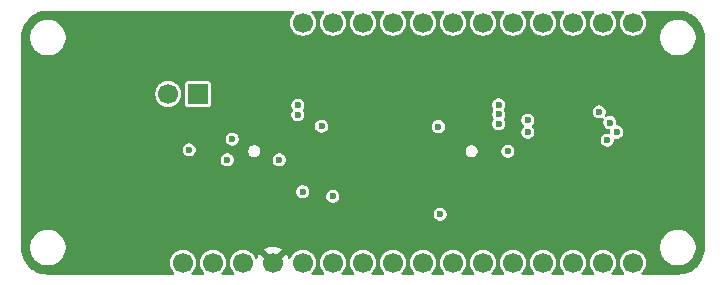
<source format=gbr>
%TF.GenerationSoftware,KiCad,Pcbnew,9.0.1*%
%TF.CreationDate,2025-07-30T00:23:40-04:00*%
%TF.ProjectId,T5848,54353834-382e-46b6-9963-61645f706362,rev?*%
%TF.SameCoordinates,Original*%
%TF.FileFunction,Copper,L3,Inr*%
%TF.FilePolarity,Positive*%
%FSLAX46Y46*%
G04 Gerber Fmt 4.6, Leading zero omitted, Abs format (unit mm)*
G04 Created by KiCad (PCBNEW 9.0.1) date 2025-07-30 00:23:40*
%MOMM*%
%LPD*%
G01*
G04 APERTURE LIST*
%TA.AperFunction,ComponentPad*%
%ADD10R,1.700000X1.700000*%
%TD*%
%TA.AperFunction,ComponentPad*%
%ADD11C,1.700000*%
%TD*%
%TA.AperFunction,ViaPad*%
%ADD12C,0.600000*%
%TD*%
G04 APERTURE END LIST*
D10*
%TO.N,+1.8V*%
%TO.C,J3*%
X134564999Y-100870000D03*
D11*
%TO.N,Net-(J3-Pin_2)*%
X132024999Y-100870000D03*
%TD*%
%TO.N,unconnected-(J1-Pin_1-Pad1)*%
%TO.C,J1*%
X133260000Y-115160000D03*
%TO.N,VDD*%
X135800000Y-115160000D03*
%TO.N,unconnected-(J1-Pin_3-Pad3)*%
X138340000Y-115160001D03*
%TO.N,GND*%
X140880000Y-115160000D03*
%TO.N,/WS*%
X143420000Y-115160000D03*
%TO.N,/SCK*%
X145960000Y-115160000D03*
%TO.N,/SD*%
X148500001Y-115159999D03*
%TO.N,/THSEL_1*%
X151040000Y-115160001D03*
%TO.N,/WAKE_1*%
X153579999Y-115160001D03*
%TO.N,unconnected-(J1-Pin_10-Pad10)*%
X156120000Y-115160000D03*
%TO.N,unconnected-(J1-Pin_11-Pad11)*%
X158660000Y-115160000D03*
%TO.N,unconnected-(J1-Pin_12-Pad12)*%
X161200000Y-115160000D03*
%TO.N,unconnected-(J1-Pin_13-Pad13)*%
X163740001Y-115160000D03*
%TO.N,unconnected-(J1-Pin_14-Pad14)*%
X166280000Y-115160000D03*
%TO.N,unconnected-(J1-Pin_15-Pad15)*%
X168820000Y-115160000D03*
%TO.N,unconnected-(J1-Pin_16-Pad16)*%
X171360000Y-115160001D03*
%TD*%
%TO.N,unconnected-(J2-Pin_1-Pad1)*%
%TO.C,J2*%
X143420000Y-94840000D03*
%TO.N,unconnected-(J2-Pin_2-Pad2)*%
X145960000Y-94840000D03*
%TO.N,unconnected-(J2-Pin_3-Pad3)*%
X148500000Y-94840001D03*
%TO.N,unconnected-(J2-Pin_4-Pad4)*%
X151040000Y-94840000D03*
%TO.N,unconnected-(J2-Pin_5-Pad5)*%
X153580000Y-94840000D03*
%TO.N,unconnected-(J2-Pin_6-Pad6)*%
X156120000Y-94840000D03*
%TO.N,unconnected-(J2-Pin_7-Pad7)*%
X158660001Y-94839999D03*
%TO.N,unconnected-(J2-Pin_8-Pad8)*%
X161200000Y-94840001D03*
%TO.N,/WAKE_2*%
X163739999Y-94840001D03*
%TO.N,/THSEL_2*%
X166280000Y-94840000D03*
%TO.N,unconnected-(J2-Pin_11-Pad11)*%
X168820000Y-94840000D03*
%TO.N,unconnected-(J2-Pin_12-Pad12)*%
X171360000Y-94840000D03*
%TD*%
D12*
%TO.N,/THSEL_1*%
X169400000Y-103300000D03*
%TO.N,GND*%
X166500000Y-106800000D03*
X171700000Y-107500000D03*
X152300000Y-110050000D03*
X154900000Y-102700000D03*
X165000000Y-97000000D03*
X132800000Y-112200000D03*
X172300000Y-104100000D03*
X172100000Y-102200000D03*
X162480000Y-105080000D03*
X155900000Y-105710000D03*
X141150000Y-104450000D03*
X163000000Y-99500000D03*
X149800000Y-112550000D03*
X139300000Y-100700000D03*
X136500000Y-102700000D03*
X171000000Y-102250000D03*
X132040000Y-106300000D03*
X137520000Y-105710000D03*
X152350000Y-112500000D03*
%TO.N,/WAKE_1*%
X169200000Y-104800000D03*
%TO.N,/WS*%
X143400000Y-109150000D03*
%TO.N,/SD*%
X168500000Y-102400000D03*
%TO.N,+1.8V*%
X162480000Y-104120000D03*
X145000000Y-103600000D03*
X154900000Y-103640000D03*
%TO.N,/SCK*%
X145950000Y-109550000D03*
%TO.N,VDD*%
X155050000Y-111050000D03*
X169990000Y-104100000D03*
%TO.N,/THSEL_1_{LS}*%
X137030000Y-106470000D03*
X162450000Y-103100000D03*
%TO.N,/WAKE_1_{LS}*%
X141430000Y-106470000D03*
X160770000Y-105740000D03*
%TO.N,/WS_{LS}*%
X160000000Y-103400003D03*
X143000000Y-102650000D03*
%TO.N,/SD_{LS}*%
X143000000Y-101850000D03*
X160000000Y-102600000D03*
%TO.N,/SCK_{LS}*%
X137450000Y-104700000D03*
X160000000Y-101800000D03*
%TO.N,Net-(J3-Pin_2)*%
X133780000Y-105600000D03*
%TD*%
%TA.AperFunction,Conductor*%
%TO.N,GND*%
G36*
X142650835Y-93840185D02*
G01*
X142696590Y-93892989D01*
X142706534Y-93962147D01*
X142677509Y-94025703D01*
X142671477Y-94032181D01*
X142580588Y-94123069D01*
X142580588Y-94123070D01*
X142580586Y-94123072D01*
X142536859Y-94183256D01*
X142478768Y-94263211D01*
X142400128Y-94417552D01*
X142346597Y-94582302D01*
X142319500Y-94753389D01*
X142319500Y-94926610D01*
X142346597Y-95097697D01*
X142346597Y-95097699D01*
X142346598Y-95097701D01*
X142400127Y-95262445D01*
X142478768Y-95416788D01*
X142580586Y-95556928D01*
X142703072Y-95679414D01*
X142843212Y-95781232D01*
X142997555Y-95859873D01*
X143162299Y-95913402D01*
X143333389Y-95940500D01*
X143333390Y-95940500D01*
X143506610Y-95940500D01*
X143506611Y-95940500D01*
X143677701Y-95913402D01*
X143842445Y-95859873D01*
X143996788Y-95781232D01*
X144136928Y-95679414D01*
X144259414Y-95556928D01*
X144361232Y-95416788D01*
X144439873Y-95262445D01*
X144493402Y-95097701D01*
X144520500Y-94926611D01*
X144520500Y-94753389D01*
X144493402Y-94582299D01*
X144439873Y-94417555D01*
X144361232Y-94263212D01*
X144259414Y-94123072D01*
X144168523Y-94032181D01*
X144135038Y-93970858D01*
X144140022Y-93901166D01*
X144181894Y-93845233D01*
X144247358Y-93820816D01*
X144256204Y-93820500D01*
X145123796Y-93820500D01*
X145190835Y-93840185D01*
X145236590Y-93892989D01*
X145246534Y-93962147D01*
X145217509Y-94025703D01*
X145211477Y-94032181D01*
X145120588Y-94123069D01*
X145120588Y-94123070D01*
X145120586Y-94123072D01*
X145076859Y-94183256D01*
X145018768Y-94263211D01*
X144940128Y-94417552D01*
X144886597Y-94582302D01*
X144859500Y-94753389D01*
X144859500Y-94926610D01*
X144886597Y-95097697D01*
X144886597Y-95097699D01*
X144886598Y-95097701D01*
X144940127Y-95262445D01*
X145018768Y-95416788D01*
X145120586Y-95556928D01*
X145243072Y-95679414D01*
X145383212Y-95781232D01*
X145537555Y-95859873D01*
X145702299Y-95913402D01*
X145873389Y-95940500D01*
X145873390Y-95940500D01*
X146046610Y-95940500D01*
X146046611Y-95940500D01*
X146217701Y-95913402D01*
X146382445Y-95859873D01*
X146536788Y-95781232D01*
X146676928Y-95679414D01*
X146799414Y-95556928D01*
X146901232Y-95416788D01*
X146979873Y-95262445D01*
X147033402Y-95097701D01*
X147060500Y-94926611D01*
X147060500Y-94753389D01*
X147033402Y-94582299D01*
X146979873Y-94417555D01*
X146901232Y-94263212D01*
X146799414Y-94123072D01*
X146708523Y-94032181D01*
X146675038Y-93970858D01*
X146680022Y-93901166D01*
X146721894Y-93845233D01*
X146787358Y-93820816D01*
X146796204Y-93820500D01*
X147663797Y-93820500D01*
X147730836Y-93840185D01*
X147776591Y-93892989D01*
X147786535Y-93962147D01*
X147757510Y-94025703D01*
X147751478Y-94032181D01*
X147660588Y-94123070D01*
X147660588Y-94123071D01*
X147660586Y-94123073D01*
X147616859Y-94183257D01*
X147558768Y-94263212D01*
X147480128Y-94417553D01*
X147426597Y-94582303D01*
X147422290Y-94609500D01*
X147399500Y-94753390D01*
X147399500Y-94926612D01*
X147426598Y-95097702D01*
X147480126Y-95262444D01*
X147480128Y-95262448D01*
X147511269Y-95323566D01*
X147558768Y-95416789D01*
X147660586Y-95556929D01*
X147783072Y-95679415D01*
X147923212Y-95781233D01*
X148077555Y-95859874D01*
X148242299Y-95913403D01*
X148413389Y-95940501D01*
X148413390Y-95940501D01*
X148586610Y-95940501D01*
X148586611Y-95940501D01*
X148757701Y-95913403D01*
X148922445Y-95859874D01*
X149076788Y-95781233D01*
X149216928Y-95679415D01*
X149339414Y-95556929D01*
X149441232Y-95416789D01*
X149519873Y-95262446D01*
X149573402Y-95097702D01*
X149600500Y-94926612D01*
X149600500Y-94753390D01*
X149573402Y-94582300D01*
X149519873Y-94417556D01*
X149441232Y-94263213D01*
X149339414Y-94123073D01*
X149248522Y-94032181D01*
X149215037Y-93970858D01*
X149220021Y-93901166D01*
X149261893Y-93845233D01*
X149327357Y-93820816D01*
X149336203Y-93820500D01*
X150203796Y-93820500D01*
X150270835Y-93840185D01*
X150316590Y-93892989D01*
X150326534Y-93962147D01*
X150297509Y-94025703D01*
X150291477Y-94032181D01*
X150200588Y-94123069D01*
X150200588Y-94123070D01*
X150200586Y-94123072D01*
X150156859Y-94183256D01*
X150098768Y-94263211D01*
X150020128Y-94417552D01*
X149966597Y-94582302D01*
X149939500Y-94753389D01*
X149939500Y-94926610D01*
X149966597Y-95097697D01*
X149966597Y-95097699D01*
X149966598Y-95097701D01*
X150020127Y-95262445D01*
X150098768Y-95416788D01*
X150200586Y-95556928D01*
X150323072Y-95679414D01*
X150463212Y-95781232D01*
X150617555Y-95859873D01*
X150782299Y-95913402D01*
X150953389Y-95940500D01*
X150953390Y-95940500D01*
X151126610Y-95940500D01*
X151126611Y-95940500D01*
X151297701Y-95913402D01*
X151462445Y-95859873D01*
X151616788Y-95781232D01*
X151756928Y-95679414D01*
X151879414Y-95556928D01*
X151981232Y-95416788D01*
X152059873Y-95262445D01*
X152113402Y-95097701D01*
X152140500Y-94926611D01*
X152140500Y-94753389D01*
X152113402Y-94582299D01*
X152059873Y-94417555D01*
X151981232Y-94263212D01*
X151879414Y-94123072D01*
X151788523Y-94032181D01*
X151755038Y-93970858D01*
X151760022Y-93901166D01*
X151801894Y-93845233D01*
X151867358Y-93820816D01*
X151876204Y-93820500D01*
X152743796Y-93820500D01*
X152810835Y-93840185D01*
X152856590Y-93892989D01*
X152866534Y-93962147D01*
X152837509Y-94025703D01*
X152831477Y-94032181D01*
X152740588Y-94123069D01*
X152740588Y-94123070D01*
X152740586Y-94123072D01*
X152696859Y-94183256D01*
X152638768Y-94263211D01*
X152560128Y-94417552D01*
X152506597Y-94582302D01*
X152479500Y-94753389D01*
X152479500Y-94926610D01*
X152506597Y-95097697D01*
X152506597Y-95097699D01*
X152506598Y-95097701D01*
X152560127Y-95262445D01*
X152638768Y-95416788D01*
X152740586Y-95556928D01*
X152863072Y-95679414D01*
X153003212Y-95781232D01*
X153157555Y-95859873D01*
X153322299Y-95913402D01*
X153493389Y-95940500D01*
X153493390Y-95940500D01*
X153666610Y-95940500D01*
X153666611Y-95940500D01*
X153837701Y-95913402D01*
X154002445Y-95859873D01*
X154156788Y-95781232D01*
X154296928Y-95679414D01*
X154419414Y-95556928D01*
X154521232Y-95416788D01*
X154599873Y-95262445D01*
X154653402Y-95097701D01*
X154680500Y-94926611D01*
X154680500Y-94753389D01*
X154653402Y-94582299D01*
X154599873Y-94417555D01*
X154521232Y-94263212D01*
X154419414Y-94123072D01*
X154328523Y-94032181D01*
X154295038Y-93970858D01*
X154300022Y-93901166D01*
X154341894Y-93845233D01*
X154407358Y-93820816D01*
X154416204Y-93820500D01*
X155283796Y-93820500D01*
X155350835Y-93840185D01*
X155396590Y-93892989D01*
X155406534Y-93962147D01*
X155377509Y-94025703D01*
X155371477Y-94032181D01*
X155280588Y-94123069D01*
X155280588Y-94123070D01*
X155280586Y-94123072D01*
X155236859Y-94183256D01*
X155178768Y-94263211D01*
X155100128Y-94417552D01*
X155046597Y-94582302D01*
X155019500Y-94753389D01*
X155019500Y-94926610D01*
X155046597Y-95097697D01*
X155046597Y-95097699D01*
X155046598Y-95097701D01*
X155100127Y-95262445D01*
X155178768Y-95416788D01*
X155280586Y-95556928D01*
X155403072Y-95679414D01*
X155543212Y-95781232D01*
X155697555Y-95859873D01*
X155862299Y-95913402D01*
X156033389Y-95940500D01*
X156033390Y-95940500D01*
X156206610Y-95940500D01*
X156206611Y-95940500D01*
X156377701Y-95913402D01*
X156542445Y-95859873D01*
X156696788Y-95781232D01*
X156836928Y-95679414D01*
X156959414Y-95556928D01*
X157061232Y-95416788D01*
X157139873Y-95262445D01*
X157193402Y-95097701D01*
X157220500Y-94926611D01*
X157220500Y-94753389D01*
X157193402Y-94582299D01*
X157139873Y-94417555D01*
X157061232Y-94263212D01*
X156959414Y-94123072D01*
X156868523Y-94032181D01*
X156835038Y-93970858D01*
X156840022Y-93901166D01*
X156881894Y-93845233D01*
X156947358Y-93820816D01*
X156956204Y-93820500D01*
X157823796Y-93820500D01*
X157890835Y-93840185D01*
X157936590Y-93892989D01*
X157946534Y-93962147D01*
X157917509Y-94025703D01*
X157911477Y-94032181D01*
X157820589Y-94123068D01*
X157820589Y-94123069D01*
X157820587Y-94123071D01*
X157820586Y-94123073D01*
X157718769Y-94263210D01*
X157640129Y-94417551D01*
X157586598Y-94582301D01*
X157559501Y-94753388D01*
X157559501Y-94926609D01*
X157586598Y-95097696D01*
X157586598Y-95097698D01*
X157586599Y-95097700D01*
X157640128Y-95262444D01*
X157718769Y-95416787D01*
X157820587Y-95556927D01*
X157943073Y-95679413D01*
X158083213Y-95781231D01*
X158237556Y-95859872D01*
X158402300Y-95913401D01*
X158573390Y-95940499D01*
X158573391Y-95940499D01*
X158746611Y-95940499D01*
X158746612Y-95940499D01*
X158917702Y-95913401D01*
X159082446Y-95859872D01*
X159236789Y-95781231D01*
X159376929Y-95679413D01*
X159499415Y-95556927D01*
X159601233Y-95416787D01*
X159679874Y-95262444D01*
X159733403Y-95097700D01*
X159760501Y-94926610D01*
X159760501Y-94753388D01*
X159733403Y-94582298D01*
X159679874Y-94417554D01*
X159601233Y-94263211D01*
X159499415Y-94123071D01*
X159408525Y-94032181D01*
X159375040Y-93970858D01*
X159380024Y-93901166D01*
X159421896Y-93845233D01*
X159487360Y-93820816D01*
X159496206Y-93820500D01*
X160363797Y-93820500D01*
X160430836Y-93840185D01*
X160476591Y-93892989D01*
X160486535Y-93962147D01*
X160457510Y-94025703D01*
X160451478Y-94032181D01*
X160360588Y-94123070D01*
X160360588Y-94123071D01*
X160360586Y-94123073D01*
X160316859Y-94183257D01*
X160258768Y-94263212D01*
X160180128Y-94417553D01*
X160126597Y-94582303D01*
X160122290Y-94609500D01*
X160099500Y-94753390D01*
X160099500Y-94926612D01*
X160126598Y-95097702D01*
X160180126Y-95262444D01*
X160180128Y-95262448D01*
X160211269Y-95323566D01*
X160258768Y-95416789D01*
X160360586Y-95556929D01*
X160483072Y-95679415D01*
X160623212Y-95781233D01*
X160777555Y-95859874D01*
X160942299Y-95913403D01*
X161113389Y-95940501D01*
X161113390Y-95940501D01*
X161286610Y-95940501D01*
X161286611Y-95940501D01*
X161457701Y-95913403D01*
X161622445Y-95859874D01*
X161776788Y-95781233D01*
X161916928Y-95679415D01*
X162039414Y-95556929D01*
X162141232Y-95416789D01*
X162219873Y-95262446D01*
X162273402Y-95097702D01*
X162300500Y-94926612D01*
X162300500Y-94753390D01*
X162273402Y-94582300D01*
X162219873Y-94417556D01*
X162141232Y-94263213D01*
X162039414Y-94123073D01*
X161948522Y-94032181D01*
X161915037Y-93970858D01*
X161920021Y-93901166D01*
X161961893Y-93845233D01*
X162027357Y-93820816D01*
X162036203Y-93820500D01*
X162903796Y-93820500D01*
X162970835Y-93840185D01*
X163016590Y-93892989D01*
X163026534Y-93962147D01*
X162997509Y-94025703D01*
X162991477Y-94032181D01*
X162900587Y-94123070D01*
X162900587Y-94123071D01*
X162900585Y-94123073D01*
X162856858Y-94183257D01*
X162798767Y-94263212D01*
X162720127Y-94417553D01*
X162666596Y-94582303D01*
X162662289Y-94609500D01*
X162639499Y-94753390D01*
X162639499Y-94926612D01*
X162666597Y-95097702D01*
X162720125Y-95262444D01*
X162720127Y-95262448D01*
X162751268Y-95323566D01*
X162798767Y-95416789D01*
X162900585Y-95556929D01*
X163023071Y-95679415D01*
X163163211Y-95781233D01*
X163317554Y-95859874D01*
X163482298Y-95913403D01*
X163653388Y-95940501D01*
X163653389Y-95940501D01*
X163826609Y-95940501D01*
X163826610Y-95940501D01*
X163997700Y-95913403D01*
X164162444Y-95859874D01*
X164316787Y-95781233D01*
X164456927Y-95679415D01*
X164579413Y-95556929D01*
X164681231Y-95416789D01*
X164759872Y-95262446D01*
X164813401Y-95097702D01*
X164840499Y-94926612D01*
X164840499Y-94753390D01*
X164813401Y-94582300D01*
X164759872Y-94417556D01*
X164681231Y-94263213D01*
X164579413Y-94123073D01*
X164488521Y-94032181D01*
X164455036Y-93970858D01*
X164460020Y-93901166D01*
X164501892Y-93845233D01*
X164567356Y-93820816D01*
X164576202Y-93820500D01*
X165443796Y-93820500D01*
X165510835Y-93840185D01*
X165556590Y-93892989D01*
X165566534Y-93962147D01*
X165537509Y-94025703D01*
X165531477Y-94032181D01*
X165440588Y-94123069D01*
X165440588Y-94123070D01*
X165440586Y-94123072D01*
X165396859Y-94183256D01*
X165338768Y-94263211D01*
X165260128Y-94417552D01*
X165206597Y-94582302D01*
X165179500Y-94753389D01*
X165179500Y-94926610D01*
X165206597Y-95097697D01*
X165206597Y-95097699D01*
X165206598Y-95097701D01*
X165260127Y-95262445D01*
X165338768Y-95416788D01*
X165440586Y-95556928D01*
X165563072Y-95679414D01*
X165703212Y-95781232D01*
X165857555Y-95859873D01*
X166022299Y-95913402D01*
X166193389Y-95940500D01*
X166193390Y-95940500D01*
X166366610Y-95940500D01*
X166366611Y-95940500D01*
X166537701Y-95913402D01*
X166702445Y-95859873D01*
X166856788Y-95781232D01*
X166996928Y-95679414D01*
X167119414Y-95556928D01*
X167221232Y-95416788D01*
X167299873Y-95262445D01*
X167353402Y-95097701D01*
X167380500Y-94926611D01*
X167380500Y-94753389D01*
X167353402Y-94582299D01*
X167299873Y-94417555D01*
X167221232Y-94263212D01*
X167119414Y-94123072D01*
X167028523Y-94032181D01*
X166995038Y-93970858D01*
X167000022Y-93901166D01*
X167041894Y-93845233D01*
X167107358Y-93820816D01*
X167116204Y-93820500D01*
X167983796Y-93820500D01*
X168050835Y-93840185D01*
X168096590Y-93892989D01*
X168106534Y-93962147D01*
X168077509Y-94025703D01*
X168071477Y-94032181D01*
X167980588Y-94123069D01*
X167980588Y-94123070D01*
X167980586Y-94123072D01*
X167936859Y-94183256D01*
X167878768Y-94263211D01*
X167800128Y-94417552D01*
X167746597Y-94582302D01*
X167719500Y-94753389D01*
X167719500Y-94926610D01*
X167746597Y-95097697D01*
X167746597Y-95097699D01*
X167746598Y-95097701D01*
X167800127Y-95262445D01*
X167878768Y-95416788D01*
X167980586Y-95556928D01*
X168103072Y-95679414D01*
X168243212Y-95781232D01*
X168397555Y-95859873D01*
X168562299Y-95913402D01*
X168733389Y-95940500D01*
X168733390Y-95940500D01*
X168906610Y-95940500D01*
X168906611Y-95940500D01*
X169077701Y-95913402D01*
X169242445Y-95859873D01*
X169396788Y-95781232D01*
X169536928Y-95679414D01*
X169659414Y-95556928D01*
X169761232Y-95416788D01*
X169839873Y-95262445D01*
X169893402Y-95097701D01*
X169920500Y-94926611D01*
X169920500Y-94753389D01*
X169893402Y-94582299D01*
X169839873Y-94417555D01*
X169761232Y-94263212D01*
X169659414Y-94123072D01*
X169568523Y-94032181D01*
X169535038Y-93970858D01*
X169540022Y-93901166D01*
X169581894Y-93845233D01*
X169647358Y-93820816D01*
X169656204Y-93820500D01*
X170523796Y-93820500D01*
X170590835Y-93840185D01*
X170636590Y-93892989D01*
X170646534Y-93962147D01*
X170617509Y-94025703D01*
X170611477Y-94032181D01*
X170520588Y-94123069D01*
X170520588Y-94123070D01*
X170520586Y-94123072D01*
X170476859Y-94183256D01*
X170418768Y-94263211D01*
X170340128Y-94417552D01*
X170286597Y-94582302D01*
X170259500Y-94753389D01*
X170259500Y-94926610D01*
X170286597Y-95097697D01*
X170286597Y-95097699D01*
X170286598Y-95097701D01*
X170340127Y-95262445D01*
X170418768Y-95416788D01*
X170520586Y-95556928D01*
X170643072Y-95679414D01*
X170783212Y-95781232D01*
X170937555Y-95859873D01*
X171102299Y-95913402D01*
X171273389Y-95940500D01*
X171273390Y-95940500D01*
X171446610Y-95940500D01*
X171446611Y-95940500D01*
X171617701Y-95913402D01*
X171782445Y-95859873D01*
X171936788Y-95781232D01*
X172076928Y-95679414D01*
X172199414Y-95556928D01*
X172301232Y-95416788D01*
X172379873Y-95262445D01*
X172433402Y-95097701D01*
X172460500Y-94926611D01*
X172460500Y-94753389D01*
X172433402Y-94582299D01*
X172379873Y-94417555D01*
X172301232Y-94263212D01*
X172199414Y-94123072D01*
X172108523Y-94032181D01*
X172075038Y-93970858D01*
X172080022Y-93901166D01*
X172121894Y-93845233D01*
X172187358Y-93820816D01*
X172196204Y-93820500D01*
X175125830Y-93820500D01*
X175166249Y-93820500D01*
X175173736Y-93820726D01*
X175438483Y-93836740D01*
X175453345Y-93838544D01*
X175710541Y-93885678D01*
X175725063Y-93889257D01*
X175974720Y-93967052D01*
X175988697Y-93972353D01*
X176227151Y-94079673D01*
X176240397Y-94086625D01*
X176464171Y-94221901D01*
X176476485Y-94230401D01*
X176518365Y-94263212D01*
X176682318Y-94391662D01*
X176693525Y-94401591D01*
X176878408Y-94586474D01*
X176888337Y-94597681D01*
X177049595Y-94803510D01*
X177058100Y-94815831D01*
X177125069Y-94926611D01*
X177193371Y-95039596D01*
X177200330Y-95052855D01*
X177307644Y-95291298D01*
X177312950Y-95305288D01*
X177390738Y-95554920D01*
X177394321Y-95569458D01*
X177441454Y-95826652D01*
X177443259Y-95841517D01*
X177459274Y-96106263D01*
X177459500Y-96113750D01*
X177459500Y-113886249D01*
X177459274Y-113893736D01*
X177443259Y-114158482D01*
X177441454Y-114173347D01*
X177394321Y-114430541D01*
X177390737Y-114445079D01*
X177313149Y-114694075D01*
X177312954Y-114694700D01*
X177307644Y-114708701D01*
X177200330Y-114947144D01*
X177193371Y-114960403D01*
X177058102Y-115184165D01*
X177049595Y-115196489D01*
X176888337Y-115402318D01*
X176878408Y-115413525D01*
X176693525Y-115598408D01*
X176682318Y-115608337D01*
X176476489Y-115769595D01*
X176464165Y-115778102D01*
X176240403Y-115913371D01*
X176227144Y-115920330D01*
X175988701Y-116027644D01*
X175974705Y-116032951D01*
X175727174Y-116110085D01*
X175725079Y-116110738D01*
X175710541Y-116114321D01*
X175453347Y-116161454D01*
X175438482Y-116163259D01*
X175173736Y-116179274D01*
X175166249Y-116179500D01*
X172196205Y-116179500D01*
X172129166Y-116159815D01*
X172083411Y-116107011D01*
X172073467Y-116037853D01*
X172102492Y-115974297D01*
X172108524Y-115967819D01*
X172199414Y-115876929D01*
X172301232Y-115736789D01*
X172379873Y-115582446D01*
X172433402Y-115417702D01*
X172460500Y-115246612D01*
X172460500Y-115073390D01*
X172433402Y-114902300D01*
X172379873Y-114737556D01*
X172301232Y-114583213D01*
X172199414Y-114443073D01*
X172076928Y-114320587D01*
X171936788Y-114218769D01*
X171782445Y-114140128D01*
X171617701Y-114086599D01*
X171617699Y-114086598D01*
X171617698Y-114086598D01*
X171486271Y-114065782D01*
X171446611Y-114059501D01*
X171273389Y-114059501D01*
X171233728Y-114065782D01*
X171102302Y-114086598D01*
X170937552Y-114140129D01*
X170783211Y-114218769D01*
X170752107Y-114241368D01*
X170643072Y-114320587D01*
X170643070Y-114320589D01*
X170643069Y-114320589D01*
X170520588Y-114443070D01*
X170520588Y-114443071D01*
X170520586Y-114443073D01*
X170476859Y-114503257D01*
X170418768Y-114583212D01*
X170340128Y-114737553D01*
X170286597Y-114902303D01*
X170277395Y-114960403D01*
X170259500Y-115073390D01*
X170259500Y-115246612D01*
X170264407Y-115277596D01*
X170282289Y-115390500D01*
X170286598Y-115417702D01*
X170340127Y-115582446D01*
X170418768Y-115736789D01*
X170520586Y-115876929D01*
X170520588Y-115876931D01*
X170611476Y-115967819D01*
X170644961Y-116029142D01*
X170639977Y-116098834D01*
X170598105Y-116154767D01*
X170532641Y-116179184D01*
X170523795Y-116179500D01*
X169656204Y-116179500D01*
X169589165Y-116159815D01*
X169543410Y-116107011D01*
X169533466Y-116037853D01*
X169562491Y-115974297D01*
X169568523Y-115967819D01*
X169659414Y-115876928D01*
X169761232Y-115736788D01*
X169839873Y-115582445D01*
X169893402Y-115417701D01*
X169920500Y-115246611D01*
X169920500Y-115073389D01*
X169893402Y-114902299D01*
X169839873Y-114737555D01*
X169761232Y-114583212D01*
X169659414Y-114443072D01*
X169536928Y-114320586D01*
X169396788Y-114218768D01*
X169364805Y-114202472D01*
X169242447Y-114140128D01*
X169242446Y-114140127D01*
X169242445Y-114140127D01*
X169077701Y-114086598D01*
X169077699Y-114086597D01*
X169077698Y-114086597D01*
X168946271Y-114065781D01*
X168906611Y-114059500D01*
X168733389Y-114059500D01*
X168693728Y-114065781D01*
X168562302Y-114086597D01*
X168397552Y-114140128D01*
X168243211Y-114218768D01*
X168163256Y-114276859D01*
X168103072Y-114320586D01*
X168103070Y-114320588D01*
X168103069Y-114320588D01*
X167980588Y-114443069D01*
X167980588Y-114443070D01*
X167980586Y-114443072D01*
X167963934Y-114465992D01*
X167878768Y-114583211D01*
X167800128Y-114737552D01*
X167746597Y-114902302D01*
X167737395Y-114960403D01*
X167719500Y-115073389D01*
X167719500Y-115246611D01*
X167719894Y-115249096D01*
X167746597Y-115417697D01*
X167746597Y-115417699D01*
X167746598Y-115417701D01*
X167799104Y-115579298D01*
X167800128Y-115582447D01*
X167813320Y-115608337D01*
X167878768Y-115736788D01*
X167980586Y-115876928D01*
X167980588Y-115876930D01*
X168071477Y-115967819D01*
X168104962Y-116029142D01*
X168099978Y-116098834D01*
X168058106Y-116154767D01*
X167992642Y-116179184D01*
X167983796Y-116179500D01*
X167116204Y-116179500D01*
X167049165Y-116159815D01*
X167003410Y-116107011D01*
X166993466Y-116037853D01*
X167022491Y-115974297D01*
X167028523Y-115967819D01*
X167119414Y-115876928D01*
X167221232Y-115736788D01*
X167299873Y-115582445D01*
X167353402Y-115417701D01*
X167380500Y-115246611D01*
X167380500Y-115073389D01*
X167353402Y-114902299D01*
X167299873Y-114737555D01*
X167221232Y-114583212D01*
X167119414Y-114443072D01*
X166996928Y-114320586D01*
X166856788Y-114218768D01*
X166824805Y-114202472D01*
X166702447Y-114140128D01*
X166702446Y-114140127D01*
X166702445Y-114140127D01*
X166537701Y-114086598D01*
X166537699Y-114086597D01*
X166537698Y-114086597D01*
X166406271Y-114065781D01*
X166366611Y-114059500D01*
X166193389Y-114059500D01*
X166153728Y-114065781D01*
X166022302Y-114086597D01*
X165857552Y-114140128D01*
X165703211Y-114218768D01*
X165623256Y-114276859D01*
X165563072Y-114320586D01*
X165563070Y-114320588D01*
X165563069Y-114320588D01*
X165440588Y-114443069D01*
X165440588Y-114443070D01*
X165440586Y-114443072D01*
X165423934Y-114465992D01*
X165338768Y-114583211D01*
X165260128Y-114737552D01*
X165206597Y-114902302D01*
X165197395Y-114960403D01*
X165179500Y-115073389D01*
X165179500Y-115246611D01*
X165179894Y-115249096D01*
X165206597Y-115417697D01*
X165206597Y-115417699D01*
X165206598Y-115417701D01*
X165259104Y-115579298D01*
X165260128Y-115582447D01*
X165273320Y-115608337D01*
X165338768Y-115736788D01*
X165440586Y-115876928D01*
X165440588Y-115876930D01*
X165531477Y-115967819D01*
X165564962Y-116029142D01*
X165559978Y-116098834D01*
X165518106Y-116154767D01*
X165452642Y-116179184D01*
X165443796Y-116179500D01*
X164576205Y-116179500D01*
X164509166Y-116159815D01*
X164463411Y-116107011D01*
X164453467Y-116037853D01*
X164482492Y-115974297D01*
X164488524Y-115967819D01*
X164579415Y-115876928D01*
X164681233Y-115736788D01*
X164759874Y-115582445D01*
X164813403Y-115417701D01*
X164840501Y-115246611D01*
X164840501Y-115073389D01*
X164813403Y-114902299D01*
X164759874Y-114737555D01*
X164681233Y-114583212D01*
X164579415Y-114443072D01*
X164456929Y-114320586D01*
X164316789Y-114218768D01*
X164284806Y-114202472D01*
X164162448Y-114140128D01*
X164162447Y-114140127D01*
X164162446Y-114140127D01*
X163997702Y-114086598D01*
X163997700Y-114086597D01*
X163997699Y-114086597D01*
X163866272Y-114065781D01*
X163826612Y-114059500D01*
X163653390Y-114059500D01*
X163613729Y-114065781D01*
X163482303Y-114086597D01*
X163317553Y-114140128D01*
X163163212Y-114218768D01*
X163083257Y-114276859D01*
X163023073Y-114320586D01*
X163023071Y-114320588D01*
X163023070Y-114320588D01*
X162900589Y-114443069D01*
X162900589Y-114443070D01*
X162900587Y-114443072D01*
X162883935Y-114465992D01*
X162798769Y-114583211D01*
X162720129Y-114737552D01*
X162666598Y-114902302D01*
X162657396Y-114960403D01*
X162639501Y-115073389D01*
X162639501Y-115246611D01*
X162639895Y-115249096D01*
X162666598Y-115417697D01*
X162666598Y-115417699D01*
X162666599Y-115417701D01*
X162719105Y-115579298D01*
X162720129Y-115582447D01*
X162733321Y-115608337D01*
X162798769Y-115736788D01*
X162900587Y-115876928D01*
X162900589Y-115876930D01*
X162991478Y-115967819D01*
X163024963Y-116029142D01*
X163019979Y-116098834D01*
X162978107Y-116154767D01*
X162912643Y-116179184D01*
X162903797Y-116179500D01*
X162036204Y-116179500D01*
X161969165Y-116159815D01*
X161923410Y-116107011D01*
X161913466Y-116037853D01*
X161942491Y-115974297D01*
X161948523Y-115967819D01*
X162039414Y-115876928D01*
X162141232Y-115736788D01*
X162219873Y-115582445D01*
X162273402Y-115417701D01*
X162300500Y-115246611D01*
X162300500Y-115073389D01*
X162273402Y-114902299D01*
X162219873Y-114737555D01*
X162141232Y-114583212D01*
X162039414Y-114443072D01*
X161916928Y-114320586D01*
X161776788Y-114218768D01*
X161744805Y-114202472D01*
X161622447Y-114140128D01*
X161622446Y-114140127D01*
X161622445Y-114140127D01*
X161457701Y-114086598D01*
X161457699Y-114086597D01*
X161457698Y-114086597D01*
X161326271Y-114065781D01*
X161286611Y-114059500D01*
X161113389Y-114059500D01*
X161073728Y-114065781D01*
X160942302Y-114086597D01*
X160777552Y-114140128D01*
X160623211Y-114218768D01*
X160543256Y-114276859D01*
X160483072Y-114320586D01*
X160483070Y-114320588D01*
X160483069Y-114320588D01*
X160360588Y-114443069D01*
X160360588Y-114443070D01*
X160360586Y-114443072D01*
X160343934Y-114465992D01*
X160258768Y-114583211D01*
X160180128Y-114737552D01*
X160126597Y-114902302D01*
X160117395Y-114960403D01*
X160099500Y-115073389D01*
X160099500Y-115246611D01*
X160099894Y-115249096D01*
X160126597Y-115417697D01*
X160126597Y-115417699D01*
X160126598Y-115417701D01*
X160179104Y-115579298D01*
X160180128Y-115582447D01*
X160193320Y-115608337D01*
X160258768Y-115736788D01*
X160360586Y-115876928D01*
X160360588Y-115876930D01*
X160451477Y-115967819D01*
X160484962Y-116029142D01*
X160479978Y-116098834D01*
X160438106Y-116154767D01*
X160372642Y-116179184D01*
X160363796Y-116179500D01*
X159496204Y-116179500D01*
X159429165Y-116159815D01*
X159383410Y-116107011D01*
X159373466Y-116037853D01*
X159402491Y-115974297D01*
X159408523Y-115967819D01*
X159499414Y-115876928D01*
X159601232Y-115736788D01*
X159679873Y-115582445D01*
X159733402Y-115417701D01*
X159760500Y-115246611D01*
X159760500Y-115073389D01*
X159733402Y-114902299D01*
X159679873Y-114737555D01*
X159601232Y-114583212D01*
X159499414Y-114443072D01*
X159376928Y-114320586D01*
X159236788Y-114218768D01*
X159204805Y-114202472D01*
X159082447Y-114140128D01*
X159082446Y-114140127D01*
X159082445Y-114140127D01*
X158917701Y-114086598D01*
X158917699Y-114086597D01*
X158917698Y-114086597D01*
X158786271Y-114065781D01*
X158746611Y-114059500D01*
X158573389Y-114059500D01*
X158533728Y-114065781D01*
X158402302Y-114086597D01*
X158237552Y-114140128D01*
X158083211Y-114218768D01*
X158003256Y-114276859D01*
X157943072Y-114320586D01*
X157943070Y-114320588D01*
X157943069Y-114320588D01*
X157820588Y-114443069D01*
X157820588Y-114443070D01*
X157820586Y-114443072D01*
X157803934Y-114465992D01*
X157718768Y-114583211D01*
X157640128Y-114737552D01*
X157586597Y-114902302D01*
X157577395Y-114960403D01*
X157559500Y-115073389D01*
X157559500Y-115246611D01*
X157559894Y-115249096D01*
X157586597Y-115417697D01*
X157586597Y-115417699D01*
X157586598Y-115417701D01*
X157639104Y-115579298D01*
X157640128Y-115582447D01*
X157653320Y-115608337D01*
X157718768Y-115736788D01*
X157820586Y-115876928D01*
X157820588Y-115876930D01*
X157911477Y-115967819D01*
X157944962Y-116029142D01*
X157939978Y-116098834D01*
X157898106Y-116154767D01*
X157832642Y-116179184D01*
X157823796Y-116179500D01*
X156956204Y-116179500D01*
X156889165Y-116159815D01*
X156843410Y-116107011D01*
X156833466Y-116037853D01*
X156862491Y-115974297D01*
X156868523Y-115967819D01*
X156959414Y-115876928D01*
X157061232Y-115736788D01*
X157139873Y-115582445D01*
X157193402Y-115417701D01*
X157220500Y-115246611D01*
X157220500Y-115073389D01*
X157193402Y-114902299D01*
X157139873Y-114737555D01*
X157061232Y-114583212D01*
X156959414Y-114443072D01*
X156836928Y-114320586D01*
X156696788Y-114218768D01*
X156664805Y-114202472D01*
X156542447Y-114140128D01*
X156542446Y-114140127D01*
X156542445Y-114140127D01*
X156377701Y-114086598D01*
X156377699Y-114086597D01*
X156377698Y-114086597D01*
X156246271Y-114065781D01*
X156206611Y-114059500D01*
X156033389Y-114059500D01*
X155993728Y-114065781D01*
X155862302Y-114086597D01*
X155697552Y-114140128D01*
X155543211Y-114218768D01*
X155463256Y-114276859D01*
X155403072Y-114320586D01*
X155403070Y-114320588D01*
X155403069Y-114320588D01*
X155280588Y-114443069D01*
X155280588Y-114443070D01*
X155280586Y-114443072D01*
X155263934Y-114465992D01*
X155178768Y-114583211D01*
X155100128Y-114737552D01*
X155046597Y-114902302D01*
X155037395Y-114960403D01*
X155019500Y-115073389D01*
X155019500Y-115246611D01*
X155019894Y-115249096D01*
X155046597Y-115417697D01*
X155046597Y-115417699D01*
X155046598Y-115417701D01*
X155099104Y-115579298D01*
X155100128Y-115582447D01*
X155113320Y-115608337D01*
X155178768Y-115736788D01*
X155280586Y-115876928D01*
X155280588Y-115876930D01*
X155371477Y-115967819D01*
X155404962Y-116029142D01*
X155399978Y-116098834D01*
X155358106Y-116154767D01*
X155292642Y-116179184D01*
X155283796Y-116179500D01*
X154416204Y-116179500D01*
X154349165Y-116159815D01*
X154303410Y-116107011D01*
X154293466Y-116037853D01*
X154322491Y-115974297D01*
X154328523Y-115967819D01*
X154419413Y-115876929D01*
X154521231Y-115736789D01*
X154599872Y-115582446D01*
X154653401Y-115417702D01*
X154680499Y-115246612D01*
X154680499Y-115073390D01*
X154653401Y-114902300D01*
X154599872Y-114737556D01*
X154521231Y-114583213D01*
X154419413Y-114443073D01*
X154296927Y-114320587D01*
X154156787Y-114218769D01*
X154002444Y-114140128D01*
X153837700Y-114086599D01*
X153837698Y-114086598D01*
X153837697Y-114086598D01*
X153706270Y-114065782D01*
X153666610Y-114059501D01*
X153493388Y-114059501D01*
X153453727Y-114065782D01*
X153322301Y-114086598D01*
X153157551Y-114140129D01*
X153003210Y-114218769D01*
X152972106Y-114241368D01*
X152863071Y-114320587D01*
X152863069Y-114320589D01*
X152863068Y-114320589D01*
X152740587Y-114443070D01*
X152740587Y-114443071D01*
X152740585Y-114443073D01*
X152696858Y-114503257D01*
X152638767Y-114583212D01*
X152560127Y-114737553D01*
X152506596Y-114902303D01*
X152497394Y-114960403D01*
X152479499Y-115073390D01*
X152479499Y-115246612D01*
X152484406Y-115277596D01*
X152502288Y-115390500D01*
X152506597Y-115417702D01*
X152560126Y-115582446D01*
X152638767Y-115736789D01*
X152740585Y-115876929D01*
X152740587Y-115876931D01*
X152831475Y-115967819D01*
X152864960Y-116029142D01*
X152859976Y-116098834D01*
X152818104Y-116154767D01*
X152752640Y-116179184D01*
X152743794Y-116179500D01*
X151876205Y-116179500D01*
X151809166Y-116159815D01*
X151763411Y-116107011D01*
X151753467Y-116037853D01*
X151782492Y-115974297D01*
X151788524Y-115967819D01*
X151879414Y-115876929D01*
X151981232Y-115736789D01*
X152059873Y-115582446D01*
X152113402Y-115417702D01*
X152140500Y-115246612D01*
X152140500Y-115073390D01*
X152113402Y-114902300D01*
X152059873Y-114737556D01*
X151981232Y-114583213D01*
X151879414Y-114443073D01*
X151756928Y-114320587D01*
X151616788Y-114218769D01*
X151462445Y-114140128D01*
X151297701Y-114086599D01*
X151297699Y-114086598D01*
X151297698Y-114086598D01*
X151166271Y-114065782D01*
X151126611Y-114059501D01*
X150953389Y-114059501D01*
X150913728Y-114065782D01*
X150782302Y-114086598D01*
X150617552Y-114140129D01*
X150463211Y-114218769D01*
X150432107Y-114241368D01*
X150323072Y-114320587D01*
X150323070Y-114320589D01*
X150323069Y-114320589D01*
X150200588Y-114443070D01*
X150200588Y-114443071D01*
X150200586Y-114443073D01*
X150156859Y-114503257D01*
X150098768Y-114583212D01*
X150020128Y-114737553D01*
X149966597Y-114902303D01*
X149957395Y-114960403D01*
X149939500Y-115073390D01*
X149939500Y-115246612D01*
X149944407Y-115277596D01*
X149962289Y-115390500D01*
X149966598Y-115417702D01*
X150020127Y-115582446D01*
X150098768Y-115736789D01*
X150200586Y-115876929D01*
X150200588Y-115876931D01*
X150291476Y-115967819D01*
X150324961Y-116029142D01*
X150319977Y-116098834D01*
X150278105Y-116154767D01*
X150212641Y-116179184D01*
X150203795Y-116179500D01*
X149336204Y-116179500D01*
X149269165Y-116159815D01*
X149223410Y-116107011D01*
X149213466Y-116037853D01*
X149242491Y-115974297D01*
X149248523Y-115967819D01*
X149339415Y-115876927D01*
X149441233Y-115736787D01*
X149519874Y-115582444D01*
X149573403Y-115417700D01*
X149600501Y-115246610D01*
X149600501Y-115073388D01*
X149573403Y-114902298D01*
X149519874Y-114737554D01*
X149441233Y-114583211D01*
X149339415Y-114443071D01*
X149216929Y-114320585D01*
X149076789Y-114218767D01*
X148922446Y-114140126D01*
X148757702Y-114086597D01*
X148757700Y-114086596D01*
X148757699Y-114086596D01*
X148626272Y-114065780D01*
X148586612Y-114059499D01*
X148413390Y-114059499D01*
X148373729Y-114065780D01*
X148242303Y-114086596D01*
X148077553Y-114140127D01*
X147923212Y-114218767D01*
X147892105Y-114241368D01*
X147783073Y-114320585D01*
X147783071Y-114320587D01*
X147783070Y-114320587D01*
X147660589Y-114443068D01*
X147660589Y-114443069D01*
X147660587Y-114443071D01*
X147643934Y-114465992D01*
X147558769Y-114583210D01*
X147480129Y-114737551D01*
X147426598Y-114902301D01*
X147399501Y-115073388D01*
X147399501Y-115246609D01*
X147426598Y-115417696D01*
X147426598Y-115417698D01*
X147426599Y-115417700D01*
X147480128Y-115582444D01*
X147558769Y-115736787D01*
X147660587Y-115876927D01*
X147660589Y-115876929D01*
X147751479Y-115967819D01*
X147784964Y-116029142D01*
X147779980Y-116098834D01*
X147738108Y-116154767D01*
X147672644Y-116179184D01*
X147663798Y-116179500D01*
X146796204Y-116179500D01*
X146729165Y-116159815D01*
X146683410Y-116107011D01*
X146673466Y-116037853D01*
X146702491Y-115974297D01*
X146708523Y-115967819D01*
X146799414Y-115876928D01*
X146901232Y-115736788D01*
X146979873Y-115582445D01*
X147033402Y-115417701D01*
X147060500Y-115246611D01*
X147060500Y-115073389D01*
X147033402Y-114902299D01*
X146979873Y-114737555D01*
X146901232Y-114583212D01*
X146799414Y-114443072D01*
X146676928Y-114320586D01*
X146536788Y-114218768D01*
X146504805Y-114202472D01*
X146382447Y-114140128D01*
X146382446Y-114140127D01*
X146382445Y-114140127D01*
X146217701Y-114086598D01*
X146217699Y-114086597D01*
X146217698Y-114086597D01*
X146086271Y-114065781D01*
X146046611Y-114059500D01*
X145873389Y-114059500D01*
X145833728Y-114065781D01*
X145702302Y-114086597D01*
X145537552Y-114140128D01*
X145383211Y-114218768D01*
X145303256Y-114276859D01*
X145243072Y-114320586D01*
X145243070Y-114320588D01*
X145243069Y-114320588D01*
X145120588Y-114443069D01*
X145120588Y-114443070D01*
X145120586Y-114443072D01*
X145103934Y-114465992D01*
X145018768Y-114583211D01*
X144940128Y-114737552D01*
X144886597Y-114902302D01*
X144877395Y-114960403D01*
X144859500Y-115073389D01*
X144859500Y-115246611D01*
X144859894Y-115249096D01*
X144886597Y-115417697D01*
X144886597Y-115417699D01*
X144886598Y-115417701D01*
X144939104Y-115579298D01*
X144940128Y-115582447D01*
X144953320Y-115608337D01*
X145018768Y-115736788D01*
X145120586Y-115876928D01*
X145120588Y-115876930D01*
X145211477Y-115967819D01*
X145244962Y-116029142D01*
X145239978Y-116098834D01*
X145198106Y-116154767D01*
X145132642Y-116179184D01*
X145123796Y-116179500D01*
X144256204Y-116179500D01*
X144189165Y-116159815D01*
X144143410Y-116107011D01*
X144133466Y-116037853D01*
X144162491Y-115974297D01*
X144168523Y-115967819D01*
X144259414Y-115876928D01*
X144361232Y-115736788D01*
X144439873Y-115582445D01*
X144493402Y-115417701D01*
X144520500Y-115246611D01*
X144520500Y-115073389D01*
X144493402Y-114902299D01*
X144439873Y-114737555D01*
X144361232Y-114583212D01*
X144259414Y-114443072D01*
X144136928Y-114320586D01*
X143996788Y-114218768D01*
X143964805Y-114202472D01*
X143842447Y-114140128D01*
X143842446Y-114140127D01*
X143842445Y-114140127D01*
X143677701Y-114086598D01*
X143677699Y-114086597D01*
X143677698Y-114086597D01*
X143546271Y-114065781D01*
X143506611Y-114059500D01*
X143333389Y-114059500D01*
X143293728Y-114065781D01*
X143162302Y-114086597D01*
X142997552Y-114140128D01*
X142843211Y-114218768D01*
X142763256Y-114276859D01*
X142703072Y-114320586D01*
X142703070Y-114320588D01*
X142703069Y-114320588D01*
X142580588Y-114443069D01*
X142580588Y-114443070D01*
X142580586Y-114443072D01*
X142563934Y-114465992D01*
X142478768Y-114583211D01*
X142400128Y-114737550D01*
X142399487Y-114739522D01*
X142399102Y-114740712D01*
X142399099Y-114740720D01*
X142398381Y-114741769D01*
X142398266Y-114742048D01*
X142398207Y-114742023D01*
X142359657Y-114798393D01*
X142295297Y-114825587D01*
X142226451Y-114813668D01*
X142174979Y-114766420D01*
X142163239Y-114740711D01*
X142131096Y-114641784D01*
X142034624Y-114452449D01*
X141995270Y-114398282D01*
X141995269Y-114398282D01*
X141362962Y-115030589D01*
X141345925Y-114967007D01*
X141280099Y-114852993D01*
X141187007Y-114759901D01*
X141072993Y-114694075D01*
X141009409Y-114677037D01*
X141641716Y-114044728D01*
X141587550Y-114005375D01*
X141398217Y-113908904D01*
X141324545Y-113884967D01*
X141196129Y-113843242D01*
X140986246Y-113810000D01*
X140773754Y-113810000D01*
X140563872Y-113843242D01*
X140563869Y-113843242D01*
X140361782Y-113908904D01*
X140172439Y-114005380D01*
X140118282Y-114044727D01*
X140118282Y-114044728D01*
X140750591Y-114677037D01*
X140687007Y-114694075D01*
X140572993Y-114759901D01*
X140479901Y-114852993D01*
X140414075Y-114967007D01*
X140397037Y-115030591D01*
X139764728Y-114398282D01*
X139764727Y-114398282D01*
X139725380Y-114452439D01*
X139628904Y-114641783D01*
X139596760Y-114740712D01*
X139557322Y-114798388D01*
X139492964Y-114825586D01*
X139424117Y-114813671D01*
X139372642Y-114766427D01*
X139360898Y-114740712D01*
X139359873Y-114737556D01*
X139281232Y-114583213D01*
X139179414Y-114443073D01*
X139056928Y-114320587D01*
X138916788Y-114218769D01*
X138762445Y-114140128D01*
X138597701Y-114086599D01*
X138597699Y-114086598D01*
X138597698Y-114086598D01*
X138466271Y-114065782D01*
X138426611Y-114059501D01*
X138253389Y-114059501D01*
X138213728Y-114065782D01*
X138082302Y-114086598D01*
X137917552Y-114140129D01*
X137763211Y-114218769D01*
X137732107Y-114241368D01*
X137623072Y-114320587D01*
X137623070Y-114320589D01*
X137623069Y-114320589D01*
X137500588Y-114443070D01*
X137500588Y-114443071D01*
X137500586Y-114443073D01*
X137456859Y-114503257D01*
X137398768Y-114583212D01*
X137320128Y-114737553D01*
X137266597Y-114902303D01*
X137257395Y-114960403D01*
X137239500Y-115073390D01*
X137239500Y-115246612D01*
X137244407Y-115277596D01*
X137262289Y-115390500D01*
X137266598Y-115417702D01*
X137320127Y-115582446D01*
X137398768Y-115736789D01*
X137500586Y-115876929D01*
X137500588Y-115876931D01*
X137591476Y-115967819D01*
X137624961Y-116029142D01*
X137619977Y-116098834D01*
X137578105Y-116154767D01*
X137512641Y-116179184D01*
X137503795Y-116179500D01*
X136636204Y-116179500D01*
X136569165Y-116159815D01*
X136523410Y-116107011D01*
X136513466Y-116037853D01*
X136542491Y-115974297D01*
X136548523Y-115967819D01*
X136639414Y-115876928D01*
X136741232Y-115736788D01*
X136819873Y-115582445D01*
X136873402Y-115417701D01*
X136900500Y-115246611D01*
X136900500Y-115073389D01*
X136873402Y-114902299D01*
X136819873Y-114737555D01*
X136741232Y-114583212D01*
X136639414Y-114443072D01*
X136516928Y-114320586D01*
X136376788Y-114218768D01*
X136344805Y-114202472D01*
X136222447Y-114140128D01*
X136222446Y-114140127D01*
X136222445Y-114140127D01*
X136057701Y-114086598D01*
X136057699Y-114086597D01*
X136057698Y-114086597D01*
X135926271Y-114065781D01*
X135886611Y-114059500D01*
X135713389Y-114059500D01*
X135673728Y-114065781D01*
X135542302Y-114086597D01*
X135377552Y-114140128D01*
X135223211Y-114218768D01*
X135143256Y-114276859D01*
X135083072Y-114320586D01*
X135083070Y-114320588D01*
X135083069Y-114320588D01*
X134960588Y-114443069D01*
X134960588Y-114443070D01*
X134960586Y-114443072D01*
X134943934Y-114465992D01*
X134858768Y-114583211D01*
X134780128Y-114737552D01*
X134726597Y-114902302D01*
X134717395Y-114960403D01*
X134699500Y-115073389D01*
X134699500Y-115246611D01*
X134699894Y-115249096D01*
X134726597Y-115417697D01*
X134726597Y-115417699D01*
X134726598Y-115417701D01*
X134779104Y-115579298D01*
X134780128Y-115582447D01*
X134793320Y-115608337D01*
X134858768Y-115736788D01*
X134960586Y-115876928D01*
X134960588Y-115876930D01*
X135051477Y-115967819D01*
X135084962Y-116029142D01*
X135079978Y-116098834D01*
X135038106Y-116154767D01*
X134972642Y-116179184D01*
X134963796Y-116179500D01*
X134096204Y-116179500D01*
X134029165Y-116159815D01*
X133983410Y-116107011D01*
X133973466Y-116037853D01*
X134002491Y-115974297D01*
X134008523Y-115967819D01*
X134099414Y-115876928D01*
X134201232Y-115736788D01*
X134279873Y-115582445D01*
X134333402Y-115417701D01*
X134360500Y-115246611D01*
X134360500Y-115073389D01*
X134333402Y-114902299D01*
X134279873Y-114737555D01*
X134201232Y-114583212D01*
X134099414Y-114443072D01*
X133976928Y-114320586D01*
X133836788Y-114218768D01*
X133804805Y-114202472D01*
X133682447Y-114140128D01*
X133682446Y-114140127D01*
X133682445Y-114140127D01*
X133517701Y-114086598D01*
X133517699Y-114086597D01*
X133517698Y-114086597D01*
X133386271Y-114065781D01*
X133346611Y-114059500D01*
X133173389Y-114059500D01*
X133133728Y-114065781D01*
X133002302Y-114086597D01*
X132837552Y-114140128D01*
X132683211Y-114218768D01*
X132603256Y-114276859D01*
X132543072Y-114320586D01*
X132543070Y-114320588D01*
X132543069Y-114320588D01*
X132420588Y-114443069D01*
X132420588Y-114443070D01*
X132420586Y-114443072D01*
X132403934Y-114465992D01*
X132318768Y-114583211D01*
X132240128Y-114737552D01*
X132186597Y-114902302D01*
X132177395Y-114960403D01*
X132159500Y-115073389D01*
X132159500Y-115246611D01*
X132159894Y-115249096D01*
X132186597Y-115417697D01*
X132186597Y-115417699D01*
X132186598Y-115417701D01*
X132239104Y-115579298D01*
X132240128Y-115582447D01*
X132253320Y-115608337D01*
X132318768Y-115736788D01*
X132420586Y-115876928D01*
X132420588Y-115876930D01*
X132511477Y-115967819D01*
X132544962Y-116029142D01*
X132539978Y-116098834D01*
X132498106Y-116154767D01*
X132432642Y-116179184D01*
X132423796Y-116179500D01*
X121833751Y-116179500D01*
X121826264Y-116179274D01*
X121561517Y-116163259D01*
X121546652Y-116161454D01*
X121289458Y-116114321D01*
X121274924Y-116110739D01*
X121025288Y-116032950D01*
X121011298Y-116027644D01*
X120772855Y-115920330D01*
X120759596Y-115913371D01*
X120699310Y-115876927D01*
X120535831Y-115778100D01*
X120523510Y-115769595D01*
X120317681Y-115608337D01*
X120306474Y-115598408D01*
X120121591Y-115413525D01*
X120111662Y-115402318D01*
X119991619Y-115249096D01*
X119950401Y-115196485D01*
X119941901Y-115184171D01*
X119806625Y-114960397D01*
X119799673Y-114947151D01*
X119692353Y-114708697D01*
X119687052Y-114694720D01*
X119609257Y-114445063D01*
X119605678Y-114430541D01*
X119558545Y-114173347D01*
X119556740Y-114158482D01*
X119547643Y-114008097D01*
X119540726Y-113893736D01*
X119540500Y-113886249D01*
X119540500Y-113771902D01*
X120329500Y-113771902D01*
X120329500Y-114008097D01*
X120366446Y-114241368D01*
X120439433Y-114465996D01*
X120499159Y-114583213D01*
X120546657Y-114676433D01*
X120685483Y-114867510D01*
X120852490Y-115034517D01*
X121043567Y-115173343D01*
X121088994Y-115196489D01*
X121254003Y-115280566D01*
X121254005Y-115280566D01*
X121254008Y-115280568D01*
X121374412Y-115319689D01*
X121478631Y-115353553D01*
X121711903Y-115390500D01*
X121711908Y-115390500D01*
X121948097Y-115390500D01*
X122181368Y-115353553D01*
X122183091Y-115352993D01*
X122405992Y-115280568D01*
X122616433Y-115173343D01*
X122807510Y-115034517D01*
X122974517Y-114867510D01*
X123113343Y-114676433D01*
X123220568Y-114465992D01*
X123293553Y-114241368D01*
X123297132Y-114218769D01*
X123330500Y-114008097D01*
X123330500Y-113771902D01*
X173669500Y-113771902D01*
X173669500Y-114008097D01*
X173706446Y-114241368D01*
X173779433Y-114465996D01*
X173839159Y-114583213D01*
X173886657Y-114676433D01*
X174025483Y-114867510D01*
X174192490Y-115034517D01*
X174383567Y-115173343D01*
X174428994Y-115196489D01*
X174594003Y-115280566D01*
X174594005Y-115280566D01*
X174594008Y-115280568D01*
X174714412Y-115319689D01*
X174818631Y-115353553D01*
X175051903Y-115390500D01*
X175051908Y-115390500D01*
X175288097Y-115390500D01*
X175521368Y-115353553D01*
X175523091Y-115352993D01*
X175745992Y-115280568D01*
X175956433Y-115173343D01*
X176147510Y-115034517D01*
X176314517Y-114867510D01*
X176453343Y-114676433D01*
X176560568Y-114465992D01*
X176633553Y-114241368D01*
X176637132Y-114218769D01*
X176670500Y-114008097D01*
X176670500Y-113771902D01*
X176633553Y-113538631D01*
X176560566Y-113314003D01*
X176453342Y-113103566D01*
X176314517Y-112912490D01*
X176147510Y-112745483D01*
X175956433Y-112606657D01*
X175745996Y-112499433D01*
X175521368Y-112426446D01*
X175288097Y-112389500D01*
X175288092Y-112389500D01*
X175051908Y-112389500D01*
X175051903Y-112389500D01*
X174818631Y-112426446D01*
X174594003Y-112499433D01*
X174383566Y-112606657D01*
X174274550Y-112685862D01*
X174192490Y-112745483D01*
X174192488Y-112745485D01*
X174192487Y-112745485D01*
X174025485Y-112912487D01*
X174025485Y-112912488D01*
X174025483Y-112912490D01*
X173965862Y-112994550D01*
X173886657Y-113103566D01*
X173779433Y-113314003D01*
X173706446Y-113538631D01*
X173669500Y-113771902D01*
X123330500Y-113771902D01*
X123293553Y-113538631D01*
X123220566Y-113314003D01*
X123113342Y-113103566D01*
X122974517Y-112912490D01*
X122807510Y-112745483D01*
X122616433Y-112606657D01*
X122405996Y-112499433D01*
X122181368Y-112426446D01*
X121948097Y-112389500D01*
X121948092Y-112389500D01*
X121711908Y-112389500D01*
X121711903Y-112389500D01*
X121478631Y-112426446D01*
X121254003Y-112499433D01*
X121043566Y-112606657D01*
X120934550Y-112685862D01*
X120852490Y-112745483D01*
X120852488Y-112745485D01*
X120852487Y-112745485D01*
X120685485Y-112912487D01*
X120685485Y-112912488D01*
X120685483Y-112912490D01*
X120625862Y-112994550D01*
X120546657Y-113103566D01*
X120439433Y-113314003D01*
X120366446Y-113538631D01*
X120329500Y-113771902D01*
X119540500Y-113771902D01*
X119540500Y-110977525D01*
X154499500Y-110977525D01*
X154499500Y-111122475D01*
X154537016Y-111262485D01*
X154537017Y-111262488D01*
X154609488Y-111388011D01*
X154609490Y-111388013D01*
X154609491Y-111388015D01*
X154711985Y-111490509D01*
X154711986Y-111490510D01*
X154711988Y-111490511D01*
X154837511Y-111562982D01*
X154837512Y-111562982D01*
X154837515Y-111562984D01*
X154977525Y-111600500D01*
X154977528Y-111600500D01*
X155122472Y-111600500D01*
X155122475Y-111600500D01*
X155262485Y-111562984D01*
X155388015Y-111490509D01*
X155490509Y-111388015D01*
X155562984Y-111262485D01*
X155600500Y-111122475D01*
X155600500Y-110977525D01*
X155562984Y-110837515D01*
X155490509Y-110711985D01*
X155388015Y-110609491D01*
X155388013Y-110609490D01*
X155388011Y-110609488D01*
X155262488Y-110537017D01*
X155262489Y-110537017D01*
X155251006Y-110533940D01*
X155122475Y-110499500D01*
X154977525Y-110499500D01*
X154848993Y-110533940D01*
X154837511Y-110537017D01*
X154711988Y-110609488D01*
X154711982Y-110609493D01*
X154609493Y-110711982D01*
X154609488Y-110711988D01*
X154537017Y-110837511D01*
X154537016Y-110837515D01*
X154499500Y-110977525D01*
X119540500Y-110977525D01*
X119540500Y-109077525D01*
X142849500Y-109077525D01*
X142849500Y-109222475D01*
X142887016Y-109362485D01*
X142887017Y-109362488D01*
X142959488Y-109488011D01*
X142959490Y-109488013D01*
X142959491Y-109488015D01*
X143061985Y-109590509D01*
X143061986Y-109590510D01*
X143061988Y-109590511D01*
X143187511Y-109662982D01*
X143187512Y-109662982D01*
X143187515Y-109662984D01*
X143327525Y-109700500D01*
X143327528Y-109700500D01*
X143472472Y-109700500D01*
X143472475Y-109700500D01*
X143612485Y-109662984D01*
X143738015Y-109590509D01*
X143840509Y-109488015D01*
X143846565Y-109477525D01*
X145399500Y-109477525D01*
X145399500Y-109622475D01*
X145420407Y-109700500D01*
X145437017Y-109762488D01*
X145509488Y-109888011D01*
X145509490Y-109888013D01*
X145509491Y-109888015D01*
X145611985Y-109990509D01*
X145611986Y-109990510D01*
X145611988Y-109990511D01*
X145737511Y-110062982D01*
X145737512Y-110062982D01*
X145737515Y-110062984D01*
X145877525Y-110100500D01*
X145877528Y-110100500D01*
X146022472Y-110100500D01*
X146022475Y-110100500D01*
X146162485Y-110062984D01*
X146288015Y-109990509D01*
X146390509Y-109888015D01*
X146462984Y-109762485D01*
X146500500Y-109622475D01*
X146500500Y-109477525D01*
X146462984Y-109337515D01*
X146396565Y-109222475D01*
X146390511Y-109211988D01*
X146390506Y-109211982D01*
X146288017Y-109109493D01*
X146288011Y-109109488D01*
X146162488Y-109037017D01*
X146162489Y-109037017D01*
X146151006Y-109033940D01*
X146022475Y-108999500D01*
X145877525Y-108999500D01*
X145748993Y-109033940D01*
X145737511Y-109037017D01*
X145611988Y-109109488D01*
X145611982Y-109109493D01*
X145509493Y-109211982D01*
X145509488Y-109211988D01*
X145437017Y-109337511D01*
X145437016Y-109337515D01*
X145399500Y-109477525D01*
X143846565Y-109477525D01*
X143912984Y-109362485D01*
X143950500Y-109222475D01*
X143950500Y-109077525D01*
X143912984Y-108937515D01*
X143840509Y-108811985D01*
X143738015Y-108709491D01*
X143738013Y-108709490D01*
X143738011Y-108709488D01*
X143612488Y-108637017D01*
X143612489Y-108637017D01*
X143601006Y-108633940D01*
X143472475Y-108599500D01*
X143327525Y-108599500D01*
X143198993Y-108633940D01*
X143187511Y-108637017D01*
X143061988Y-108709488D01*
X143061982Y-108709493D01*
X142959493Y-108811982D01*
X142959488Y-108811988D01*
X142887017Y-108937511D01*
X142887016Y-108937515D01*
X142849500Y-109077525D01*
X119540500Y-109077525D01*
X119540500Y-106397525D01*
X136479500Y-106397525D01*
X136479500Y-106542475D01*
X136517016Y-106682485D01*
X136517017Y-106682488D01*
X136589488Y-106808011D01*
X136589490Y-106808013D01*
X136589491Y-106808015D01*
X136691985Y-106910509D01*
X136691986Y-106910510D01*
X136691988Y-106910511D01*
X136817511Y-106982982D01*
X136817512Y-106982982D01*
X136817515Y-106982984D01*
X136957525Y-107020500D01*
X136957528Y-107020500D01*
X137102472Y-107020500D01*
X137102475Y-107020500D01*
X137242485Y-106982984D01*
X137368015Y-106910509D01*
X137470509Y-106808015D01*
X137542984Y-106682485D01*
X137580500Y-106542475D01*
X137580500Y-106397525D01*
X140879500Y-106397525D01*
X140879500Y-106542475D01*
X140917016Y-106682485D01*
X140917017Y-106682488D01*
X140989488Y-106808011D01*
X140989490Y-106808013D01*
X140989491Y-106808015D01*
X141091985Y-106910509D01*
X141091986Y-106910510D01*
X141091988Y-106910511D01*
X141217511Y-106982982D01*
X141217512Y-106982982D01*
X141217515Y-106982984D01*
X141357525Y-107020500D01*
X141357528Y-107020500D01*
X141502472Y-107020500D01*
X141502475Y-107020500D01*
X141642485Y-106982984D01*
X141768015Y-106910509D01*
X141870509Y-106808015D01*
X141942984Y-106682485D01*
X141980500Y-106542475D01*
X141980500Y-106397525D01*
X141942984Y-106257515D01*
X141915839Y-106210499D01*
X141870511Y-106131988D01*
X141870506Y-106131982D01*
X141768017Y-106029493D01*
X141768011Y-106029488D01*
X141642488Y-105957017D01*
X141642489Y-105957017D01*
X141625575Y-105952485D01*
X141502475Y-105919500D01*
X141357525Y-105919500D01*
X141234425Y-105952485D01*
X141217511Y-105957017D01*
X141091988Y-106029488D01*
X141091982Y-106029493D01*
X140989493Y-106131982D01*
X140989488Y-106131988D01*
X140917017Y-106257511D01*
X140917016Y-106257515D01*
X140879500Y-106397525D01*
X137580500Y-106397525D01*
X137542984Y-106257515D01*
X137515839Y-106210499D01*
X137470511Y-106131988D01*
X137470506Y-106131982D01*
X137368017Y-106029493D01*
X137368011Y-106029488D01*
X137242488Y-105957017D01*
X137242489Y-105957017D01*
X137225575Y-105952485D01*
X137102475Y-105919500D01*
X136957525Y-105919500D01*
X136834425Y-105952485D01*
X136817511Y-105957017D01*
X136691988Y-106029488D01*
X136691982Y-106029493D01*
X136589493Y-106131982D01*
X136589488Y-106131988D01*
X136517017Y-106257511D01*
X136517016Y-106257515D01*
X136479500Y-106397525D01*
X119540500Y-106397525D01*
X119540500Y-105527525D01*
X133229500Y-105527525D01*
X133229500Y-105672475D01*
X133267016Y-105812485D01*
X133267017Y-105812488D01*
X133339488Y-105938011D01*
X133339490Y-105938013D01*
X133339491Y-105938015D01*
X133441985Y-106040509D01*
X133441986Y-106040510D01*
X133441988Y-106040511D01*
X133567511Y-106112982D01*
X133567512Y-106112982D01*
X133567515Y-106112984D01*
X133707525Y-106150500D01*
X133707528Y-106150500D01*
X133852472Y-106150500D01*
X133852475Y-106150500D01*
X133992485Y-106112984D01*
X134118015Y-106040509D01*
X134220509Y-105938015D01*
X134292984Y-105812485D01*
X134330500Y-105672475D01*
X134330500Y-105644108D01*
X138789500Y-105644108D01*
X138789500Y-105775892D01*
X138799302Y-105812475D01*
X138823608Y-105903187D01*
X138843718Y-105938017D01*
X138889500Y-106017314D01*
X138982686Y-106110500D01*
X139096814Y-106176392D01*
X139224108Y-106210500D01*
X139224110Y-106210500D01*
X139355890Y-106210500D01*
X139355892Y-106210500D01*
X139483186Y-106176392D01*
X139597314Y-106110500D01*
X139690500Y-106017314D01*
X139756392Y-105903186D01*
X139790500Y-105775892D01*
X139790500Y-105644108D01*
X157209500Y-105644108D01*
X157209500Y-105775892D01*
X157219302Y-105812475D01*
X157243608Y-105903187D01*
X157263718Y-105938017D01*
X157309500Y-106017314D01*
X157402686Y-106110500D01*
X157516814Y-106176392D01*
X157644108Y-106210500D01*
X157644110Y-106210500D01*
X157775890Y-106210500D01*
X157775892Y-106210500D01*
X157903186Y-106176392D01*
X158017314Y-106110500D01*
X158110500Y-106017314D01*
X158176392Y-105903186D01*
X158210500Y-105775892D01*
X158210500Y-105667525D01*
X160219500Y-105667525D01*
X160219500Y-105812475D01*
X160257016Y-105952485D01*
X160257017Y-105952488D01*
X160329488Y-106078011D01*
X160329490Y-106078013D01*
X160329491Y-106078015D01*
X160431985Y-106180509D01*
X160431986Y-106180510D01*
X160431988Y-106180511D01*
X160557511Y-106252982D01*
X160557512Y-106252982D01*
X160557515Y-106252984D01*
X160697525Y-106290500D01*
X160697528Y-106290500D01*
X160842472Y-106290500D01*
X160842475Y-106290500D01*
X160982485Y-106252984D01*
X161108015Y-106180509D01*
X161210509Y-106078015D01*
X161282984Y-105952485D01*
X161320500Y-105812475D01*
X161320500Y-105667525D01*
X161282984Y-105527515D01*
X161210509Y-105401985D01*
X161108015Y-105299491D01*
X161108013Y-105299490D01*
X161108011Y-105299488D01*
X160982488Y-105227017D01*
X160982489Y-105227017D01*
X160930117Y-105212984D01*
X160842475Y-105189500D01*
X160697525Y-105189500D01*
X160609883Y-105212984D01*
X160557511Y-105227017D01*
X160431988Y-105299488D01*
X160431982Y-105299493D01*
X160329493Y-105401982D01*
X160329488Y-105401988D01*
X160257017Y-105527511D01*
X160257016Y-105527515D01*
X160219500Y-105667525D01*
X158210500Y-105667525D01*
X158210500Y-105644108D01*
X158176392Y-105516814D01*
X158110500Y-105402686D01*
X158017314Y-105309500D01*
X157935011Y-105261982D01*
X157903187Y-105243608D01*
X157839539Y-105226554D01*
X157775892Y-105209500D01*
X157644108Y-105209500D01*
X157516812Y-105243608D01*
X157402686Y-105309500D01*
X157402683Y-105309502D01*
X157309502Y-105402683D01*
X157309500Y-105402686D01*
X157243608Y-105516812D01*
X157240738Y-105527525D01*
X157209500Y-105644108D01*
X139790500Y-105644108D01*
X139756392Y-105516814D01*
X139690500Y-105402686D01*
X139597314Y-105309500D01*
X139515011Y-105261982D01*
X139483187Y-105243608D01*
X139419539Y-105226554D01*
X139355892Y-105209500D01*
X139224108Y-105209500D01*
X139096812Y-105243608D01*
X138982686Y-105309500D01*
X138982683Y-105309502D01*
X138889502Y-105402683D01*
X138889500Y-105402686D01*
X138823608Y-105516812D01*
X138820738Y-105527525D01*
X138789500Y-105644108D01*
X134330500Y-105644108D01*
X134330500Y-105527525D01*
X134292984Y-105387515D01*
X134271613Y-105350500D01*
X134220511Y-105261988D01*
X134220506Y-105261982D01*
X134118017Y-105159493D01*
X134118011Y-105159488D01*
X133992488Y-105087017D01*
X133992489Y-105087017D01*
X133981006Y-105083940D01*
X133852475Y-105049500D01*
X133707525Y-105049500D01*
X133578993Y-105083940D01*
X133567511Y-105087017D01*
X133441988Y-105159488D01*
X133441982Y-105159493D01*
X133339493Y-105261982D01*
X133339488Y-105261988D01*
X133267017Y-105387511D01*
X133267016Y-105387515D01*
X133229500Y-105527525D01*
X119540500Y-105527525D01*
X119540500Y-104627525D01*
X136899500Y-104627525D01*
X136899500Y-104772475D01*
X136937016Y-104912485D01*
X136937017Y-104912488D01*
X137009488Y-105038011D01*
X137009490Y-105038013D01*
X137009491Y-105038015D01*
X137111985Y-105140509D01*
X137111986Y-105140510D01*
X137111988Y-105140511D01*
X137237511Y-105212982D01*
X137237512Y-105212982D01*
X137237515Y-105212984D01*
X137377525Y-105250500D01*
X137377528Y-105250500D01*
X137522472Y-105250500D01*
X137522475Y-105250500D01*
X137662485Y-105212984D01*
X137788015Y-105140509D01*
X137890509Y-105038015D01*
X137962984Y-104912485D01*
X138000500Y-104772475D01*
X138000500Y-104627525D01*
X137962984Y-104487515D01*
X137948244Y-104461985D01*
X137890511Y-104361988D01*
X137890506Y-104361982D01*
X137788017Y-104259493D01*
X137788011Y-104259488D01*
X137662488Y-104187017D01*
X137662489Y-104187017D01*
X137651006Y-104183940D01*
X137522475Y-104149500D01*
X137377525Y-104149500D01*
X137248993Y-104183940D01*
X137237511Y-104187017D01*
X137111988Y-104259488D01*
X137111982Y-104259493D01*
X137009493Y-104361982D01*
X137009488Y-104361988D01*
X136937017Y-104487511D01*
X136937016Y-104487515D01*
X136899500Y-104627525D01*
X119540500Y-104627525D01*
X119540500Y-103527525D01*
X144449500Y-103527525D01*
X144449500Y-103672475D01*
X144487016Y-103812485D01*
X144487017Y-103812488D01*
X144559488Y-103938011D01*
X144559490Y-103938013D01*
X144559491Y-103938015D01*
X144661985Y-104040509D01*
X144661986Y-104040510D01*
X144661988Y-104040511D01*
X144787511Y-104112982D01*
X144787512Y-104112982D01*
X144787515Y-104112984D01*
X144927525Y-104150500D01*
X144927528Y-104150500D01*
X145072472Y-104150500D01*
X145072475Y-104150500D01*
X145212485Y-104112984D01*
X145338015Y-104040509D01*
X145440509Y-103938015D01*
X145512984Y-103812485D01*
X145550500Y-103672475D01*
X145550500Y-103567525D01*
X154349500Y-103567525D01*
X154349500Y-103712475D01*
X154387016Y-103852485D01*
X154387017Y-103852488D01*
X154459488Y-103978011D01*
X154459490Y-103978013D01*
X154459491Y-103978015D01*
X154561985Y-104080509D01*
X154561986Y-104080510D01*
X154561988Y-104080511D01*
X154687511Y-104152982D01*
X154687512Y-104152982D01*
X154687515Y-104152984D01*
X154827525Y-104190500D01*
X154827528Y-104190500D01*
X154972472Y-104190500D01*
X154972475Y-104190500D01*
X155112485Y-104152984D01*
X155238015Y-104080509D01*
X155340509Y-103978015D01*
X155412984Y-103852485D01*
X155450500Y-103712475D01*
X155450500Y-103567525D01*
X155412984Y-103427515D01*
X155381205Y-103372473D01*
X155340511Y-103301988D01*
X155340506Y-103301982D01*
X155238017Y-103199493D01*
X155238011Y-103199488D01*
X155112488Y-103127017D01*
X155112489Y-103127017D01*
X155101006Y-103123940D01*
X154972475Y-103089500D01*
X154827525Y-103089500D01*
X154698993Y-103123940D01*
X154687511Y-103127017D01*
X154561988Y-103199488D01*
X154561982Y-103199493D01*
X154459493Y-103301982D01*
X154459488Y-103301988D01*
X154387017Y-103427511D01*
X154384202Y-103438017D01*
X154349500Y-103567525D01*
X145550500Y-103567525D01*
X145550500Y-103527525D01*
X145512984Y-103387515D01*
X145504299Y-103372473D01*
X145440511Y-103261988D01*
X145440506Y-103261982D01*
X145338017Y-103159493D01*
X145338011Y-103159488D01*
X145212488Y-103087017D01*
X145212489Y-103087017D01*
X145191522Y-103081399D01*
X145072475Y-103049500D01*
X144927525Y-103049500D01*
X144808478Y-103081399D01*
X144787511Y-103087017D01*
X144661988Y-103159488D01*
X144661982Y-103159493D01*
X144559493Y-103261982D01*
X144559488Y-103261988D01*
X144487017Y-103387511D01*
X144487016Y-103387515D01*
X144449500Y-103527525D01*
X119540500Y-103527525D01*
X119540500Y-100783389D01*
X130924499Y-100783389D01*
X130924499Y-100956611D01*
X130951597Y-101127701D01*
X131005126Y-101292445D01*
X131083767Y-101446788D01*
X131185585Y-101586928D01*
X131308071Y-101709414D01*
X131448211Y-101811232D01*
X131602554Y-101889873D01*
X131767298Y-101943402D01*
X131938388Y-101970500D01*
X131938389Y-101970500D01*
X132111609Y-101970500D01*
X132111610Y-101970500D01*
X132282700Y-101943402D01*
X132447444Y-101889873D01*
X132601787Y-101811232D01*
X132741927Y-101709414D01*
X132864413Y-101586928D01*
X132966231Y-101446788D01*
X133044872Y-101292445D01*
X133098401Y-101127701D01*
X133125499Y-100956611D01*
X133125499Y-100783389D01*
X133098401Y-100612299D01*
X133044872Y-100447555D01*
X132966231Y-100293212D01*
X132864413Y-100153072D01*
X132741927Y-100030586D01*
X132693389Y-99995321D01*
X133464499Y-99995321D01*
X133464499Y-101744678D01*
X133479031Y-101817735D01*
X133479032Y-101817739D01*
X133479033Y-101817740D01*
X133534398Y-101900601D01*
X133617259Y-101955966D01*
X133617263Y-101955967D01*
X133690320Y-101970499D01*
X133690323Y-101970500D01*
X133690325Y-101970500D01*
X135439675Y-101970500D01*
X135439676Y-101970499D01*
X135512739Y-101955966D01*
X135595600Y-101900601D01*
X135650965Y-101817740D01*
X135658964Y-101777527D01*
X135658964Y-101777525D01*
X142449500Y-101777525D01*
X142449500Y-101922475D01*
X142486881Y-102061982D01*
X142487017Y-102062488D01*
X142559482Y-102188000D01*
X142575955Y-102255900D01*
X142559482Y-102312000D01*
X142487017Y-102437511D01*
X142487016Y-102437515D01*
X142449500Y-102577525D01*
X142449500Y-102722475D01*
X142481128Y-102840511D01*
X142487017Y-102862488D01*
X142559488Y-102988011D01*
X142559490Y-102988013D01*
X142559491Y-102988015D01*
X142661985Y-103090509D01*
X142661986Y-103090510D01*
X142661988Y-103090511D01*
X142787511Y-103162982D01*
X142787512Y-103162982D01*
X142787515Y-103162984D01*
X142927525Y-103200500D01*
X142927528Y-103200500D01*
X143072472Y-103200500D01*
X143072475Y-103200500D01*
X143212485Y-103162984D01*
X143338015Y-103090509D01*
X143440509Y-102988015D01*
X143512984Y-102862485D01*
X143550500Y-102722475D01*
X143550500Y-102577525D01*
X143512984Y-102437515D01*
X143440516Y-102311997D01*
X143424044Y-102244101D01*
X143440515Y-102188003D01*
X143512984Y-102062485D01*
X143550500Y-101922475D01*
X143550500Y-101777525D01*
X143537102Y-101727525D01*
X159449500Y-101727525D01*
X159449500Y-101872475D01*
X159472817Y-101959493D01*
X159487017Y-102012488D01*
X159559482Y-102138000D01*
X159575955Y-102205900D01*
X159559482Y-102262000D01*
X159487017Y-102387511D01*
X159487016Y-102387515D01*
X159449500Y-102527525D01*
X159449500Y-102672475D01*
X159486488Y-102810513D01*
X159487017Y-102812488D01*
X159559482Y-102938001D01*
X159575955Y-103005901D01*
X159559482Y-103062001D01*
X159487017Y-103187514D01*
X159487016Y-103187518D01*
X159449500Y-103327528D01*
X159449500Y-103472478D01*
X159485550Y-103607016D01*
X159487017Y-103612491D01*
X159559488Y-103738014D01*
X159559490Y-103738016D01*
X159559491Y-103738018D01*
X159661985Y-103840512D01*
X159661986Y-103840513D01*
X159661988Y-103840514D01*
X159787511Y-103912985D01*
X159787512Y-103912985D01*
X159787515Y-103912987D01*
X159927525Y-103950503D01*
X159927528Y-103950503D01*
X160072472Y-103950503D01*
X160072475Y-103950503D01*
X160212485Y-103912987D01*
X160338015Y-103840512D01*
X160440509Y-103738018D01*
X160512984Y-103612488D01*
X160550500Y-103472478D01*
X160550500Y-103327528D01*
X160512984Y-103187518D01*
X160440515Y-103061998D01*
X160432152Y-103027525D01*
X161899500Y-103027525D01*
X161899500Y-103172475D01*
X161937016Y-103312485D01*
X161937017Y-103312488D01*
X162009488Y-103438011D01*
X162009493Y-103438017D01*
X162108795Y-103537319D01*
X162142280Y-103598642D01*
X162137296Y-103668334D01*
X162108795Y-103712681D01*
X162039493Y-103781982D01*
X162039488Y-103781988D01*
X161967017Y-103907511D01*
X161967016Y-103907515D01*
X161929500Y-104047525D01*
X161929500Y-104192475D01*
X161954833Y-104287017D01*
X161967017Y-104332488D01*
X162039488Y-104458011D01*
X162039490Y-104458013D01*
X162039491Y-104458015D01*
X162141985Y-104560509D01*
X162141986Y-104560510D01*
X162141988Y-104560511D01*
X162267511Y-104632982D01*
X162267512Y-104632982D01*
X162267515Y-104632984D01*
X162407525Y-104670500D01*
X162407528Y-104670500D01*
X162552472Y-104670500D01*
X162552475Y-104670500D01*
X162692485Y-104632984D01*
X162818015Y-104560509D01*
X162920509Y-104458015D01*
X162992984Y-104332485D01*
X163030500Y-104192475D01*
X163030500Y-104047525D01*
X162992984Y-103907515D01*
X162971431Y-103870185D01*
X162920511Y-103781988D01*
X162920506Y-103781982D01*
X162821205Y-103682681D01*
X162787720Y-103621358D01*
X162792704Y-103551666D01*
X162821205Y-103507319D01*
X162851513Y-103477011D01*
X162890509Y-103438015D01*
X162962984Y-103312485D01*
X163000500Y-103172475D01*
X163000500Y-103027525D01*
X162962984Y-102887515D01*
X162946805Y-102859493D01*
X162890511Y-102761988D01*
X162890506Y-102761982D01*
X162788017Y-102659493D01*
X162788011Y-102659488D01*
X162662488Y-102587017D01*
X162662489Y-102587017D01*
X162651006Y-102583940D01*
X162522475Y-102549500D01*
X162377525Y-102549500D01*
X162248993Y-102583940D01*
X162237511Y-102587017D01*
X162111988Y-102659488D01*
X162111982Y-102659493D01*
X162009493Y-102761982D01*
X162009488Y-102761988D01*
X161937017Y-102887511D01*
X161937016Y-102887515D01*
X161899500Y-103027525D01*
X160432152Y-103027525D01*
X160424043Y-102994101D01*
X160440517Y-102938001D01*
X160512984Y-102812485D01*
X160550500Y-102672475D01*
X160550500Y-102527525D01*
X160512984Y-102387515D01*
X160512982Y-102387511D01*
X160509454Y-102381400D01*
X160509453Y-102381399D01*
X160505022Y-102373725D01*
X160478348Y-102327525D01*
X167949500Y-102327525D01*
X167949500Y-102472475D01*
X167977649Y-102577527D01*
X167987017Y-102612488D01*
X168059488Y-102738011D01*
X168059490Y-102738013D01*
X168059491Y-102738015D01*
X168161985Y-102840509D01*
X168161986Y-102840510D01*
X168161988Y-102840511D01*
X168287511Y-102912982D01*
X168287512Y-102912982D01*
X168287515Y-102912984D01*
X168427525Y-102950500D01*
X168427528Y-102950500D01*
X168572472Y-102950500D01*
X168572475Y-102950500D01*
X168712485Y-102912984D01*
X168724651Y-102905960D01*
X168792550Y-102889485D01*
X168858578Y-102912335D01*
X168901770Y-102967255D01*
X168908414Y-103036808D01*
X168894043Y-103075342D01*
X168887017Y-103087511D01*
X168886214Y-103090509D01*
X168849500Y-103227525D01*
X168849500Y-103372475D01*
X168876296Y-103472478D01*
X168887017Y-103512488D01*
X168959488Y-103638011D01*
X168959490Y-103638013D01*
X168959491Y-103638015D01*
X169061985Y-103740509D01*
X169061986Y-103740510D01*
X169061988Y-103740511D01*
X169187511Y-103812982D01*
X169187512Y-103812982D01*
X169187515Y-103812984D01*
X169327525Y-103850500D01*
X169327528Y-103850500D01*
X169335585Y-103851561D01*
X169335337Y-103853437D01*
X169392373Y-103870185D01*
X169438128Y-103922989D01*
X169449095Y-103982195D01*
X169448324Y-103994593D01*
X169439500Y-104027525D01*
X169439500Y-104136505D01*
X169439261Y-104140349D01*
X169428615Y-104169723D01*
X169419815Y-104199693D01*
X169416809Y-104202297D01*
X169415454Y-104206038D01*
X169390612Y-104224997D01*
X169367011Y-104245448D01*
X169363075Y-104246013D01*
X169359912Y-104248428D01*
X169328771Y-104250946D01*
X169297853Y-104255392D01*
X169291050Y-104253996D01*
X169290270Y-104254060D01*
X169289591Y-104253697D01*
X169283410Y-104252430D01*
X169277871Y-104250946D01*
X169272475Y-104249500D01*
X169127525Y-104249500D01*
X168998993Y-104283940D01*
X168987511Y-104287017D01*
X168861988Y-104359488D01*
X168861982Y-104359493D01*
X168759493Y-104461982D01*
X168759488Y-104461988D01*
X168687017Y-104587511D01*
X168687016Y-104587515D01*
X168649500Y-104727525D01*
X168649500Y-104872475D01*
X168660221Y-104912485D01*
X168687017Y-105012488D01*
X168759488Y-105138011D01*
X168759490Y-105138013D01*
X168759491Y-105138015D01*
X168861985Y-105240509D01*
X168861986Y-105240510D01*
X168861988Y-105240511D01*
X168987511Y-105312982D01*
X168987512Y-105312982D01*
X168987515Y-105312984D01*
X169127525Y-105350500D01*
X169127528Y-105350500D01*
X169272472Y-105350500D01*
X169272475Y-105350500D01*
X169412485Y-105312984D01*
X169538015Y-105240509D01*
X169640509Y-105138015D01*
X169712984Y-105012485D01*
X169750500Y-104872475D01*
X169750500Y-104767345D01*
X169770185Y-104700306D01*
X169822989Y-104654551D01*
X169892147Y-104644607D01*
X169906587Y-104647569D01*
X169917525Y-104650500D01*
X169917527Y-104650500D01*
X170062472Y-104650500D01*
X170062475Y-104650500D01*
X170202485Y-104612984D01*
X170328015Y-104540509D01*
X170430509Y-104438015D01*
X170502984Y-104312485D01*
X170540500Y-104172475D01*
X170540500Y-104027525D01*
X170502984Y-103887515D01*
X170492978Y-103870185D01*
X170430511Y-103761988D01*
X170430506Y-103761982D01*
X170328017Y-103659493D01*
X170328011Y-103659488D01*
X170202488Y-103587017D01*
X170202489Y-103587017D01*
X170093126Y-103557713D01*
X170062475Y-103549500D01*
X170062471Y-103549499D01*
X170054415Y-103548439D01*
X170054662Y-103546562D01*
X169997627Y-103529815D01*
X169951872Y-103477011D01*
X169941928Y-103407853D01*
X169944891Y-103393407D01*
X169950500Y-103372475D01*
X169950500Y-103227525D01*
X169912984Y-103087515D01*
X169912696Y-103087017D01*
X169840511Y-102961988D01*
X169840506Y-102961982D01*
X169738017Y-102859493D01*
X169738011Y-102859488D01*
X169612488Y-102787017D01*
X169612489Y-102787017D01*
X169601006Y-102783940D01*
X169472475Y-102749500D01*
X169327525Y-102749500D01*
X169198993Y-102783940D01*
X169187511Y-102787017D01*
X169175342Y-102794043D01*
X169107441Y-102810513D01*
X169041415Y-102787659D01*
X168998226Y-102732737D01*
X168991587Y-102663183D01*
X169005960Y-102624651D01*
X169012982Y-102612488D01*
X169012981Y-102612488D01*
X169012984Y-102612485D01*
X169050500Y-102472475D01*
X169050500Y-102327525D01*
X169012984Y-102187515D01*
X168984396Y-102138000D01*
X168940511Y-102061988D01*
X168940506Y-102061982D01*
X168838017Y-101959493D01*
X168838011Y-101959488D01*
X168712488Y-101887017D01*
X168712489Y-101887017D01*
X168701006Y-101883940D01*
X168572475Y-101849500D01*
X168427525Y-101849500D01*
X168298993Y-101883940D01*
X168287511Y-101887017D01*
X168161988Y-101959488D01*
X168161982Y-101959493D01*
X168059493Y-102061982D01*
X168059488Y-102061988D01*
X167987017Y-102187511D01*
X167987016Y-102187515D01*
X167949500Y-102327525D01*
X160478348Y-102327525D01*
X160440516Y-102261997D01*
X160424044Y-102194101D01*
X160440515Y-102138003D01*
X160512984Y-102012485D01*
X160550500Y-101872475D01*
X160550500Y-101727525D01*
X160512984Y-101587515D01*
X160512646Y-101586930D01*
X160440511Y-101461988D01*
X160440506Y-101461982D01*
X160338017Y-101359493D01*
X160338011Y-101359488D01*
X160212488Y-101287017D01*
X160212489Y-101287017D01*
X160201006Y-101283940D01*
X160072475Y-101249500D01*
X159927525Y-101249500D01*
X159798993Y-101283940D01*
X159787511Y-101287017D01*
X159661988Y-101359488D01*
X159661982Y-101359493D01*
X159559493Y-101461982D01*
X159559488Y-101461988D01*
X159487017Y-101587511D01*
X159487016Y-101587515D01*
X159449500Y-101727525D01*
X143537102Y-101727525D01*
X143512984Y-101637515D01*
X143484116Y-101587515D01*
X143440511Y-101511988D01*
X143440506Y-101511982D01*
X143338017Y-101409493D01*
X143338011Y-101409488D01*
X143212488Y-101337017D01*
X143212489Y-101337017D01*
X143201006Y-101333940D01*
X143072475Y-101299500D01*
X142927525Y-101299500D01*
X142798993Y-101333940D01*
X142787511Y-101337017D01*
X142661988Y-101409488D01*
X142661982Y-101409493D01*
X142559493Y-101511982D01*
X142559488Y-101511988D01*
X142487017Y-101637511D01*
X142487016Y-101637515D01*
X142449500Y-101777525D01*
X135658964Y-101777525D01*
X135665388Y-101745234D01*
X135665392Y-101745213D01*
X135665499Y-101744674D01*
X135665499Y-99995323D01*
X135665498Y-99995321D01*
X135650966Y-99922264D01*
X135650965Y-99922260D01*
X135595600Y-99839399D01*
X135512739Y-99784034D01*
X135512738Y-99784033D01*
X135512734Y-99784032D01*
X135439676Y-99769500D01*
X135439673Y-99769500D01*
X133690325Y-99769500D01*
X133690322Y-99769500D01*
X133617263Y-99784032D01*
X133617259Y-99784033D01*
X133534398Y-99839399D01*
X133479032Y-99922260D01*
X133479031Y-99922264D01*
X133464499Y-99995321D01*
X132693389Y-99995321D01*
X132601787Y-99928768D01*
X132447444Y-99850127D01*
X132282700Y-99796598D01*
X132282698Y-99796597D01*
X132282697Y-99796597D01*
X132151270Y-99775781D01*
X132111610Y-99769500D01*
X131938388Y-99769500D01*
X131898727Y-99775781D01*
X131767301Y-99796597D01*
X131602551Y-99850128D01*
X131448210Y-99928768D01*
X131368255Y-99986859D01*
X131308071Y-100030586D01*
X131308069Y-100030588D01*
X131308068Y-100030588D01*
X131185587Y-100153069D01*
X131185587Y-100153070D01*
X131185585Y-100153072D01*
X131141858Y-100213256D01*
X131083767Y-100293211D01*
X131005127Y-100447552D01*
X130951596Y-100612302D01*
X130924499Y-100783389D01*
X119540500Y-100783389D01*
X119540500Y-96113750D01*
X119540726Y-96106263D01*
X119547644Y-95991902D01*
X120329500Y-95991902D01*
X120329500Y-96228097D01*
X120366446Y-96461368D01*
X120439433Y-96685996D01*
X120546657Y-96896433D01*
X120685483Y-97087510D01*
X120852490Y-97254517D01*
X121043567Y-97393343D01*
X121142991Y-97444002D01*
X121254003Y-97500566D01*
X121254005Y-97500566D01*
X121254008Y-97500568D01*
X121374412Y-97539689D01*
X121478631Y-97573553D01*
X121711903Y-97610500D01*
X121711908Y-97610500D01*
X121948097Y-97610500D01*
X122181368Y-97573553D01*
X122405992Y-97500568D01*
X122616433Y-97393343D01*
X122807510Y-97254517D01*
X122974517Y-97087510D01*
X123113343Y-96896433D01*
X123220568Y-96685992D01*
X123293553Y-96461368D01*
X123330500Y-96228097D01*
X123330500Y-95991902D01*
X173669500Y-95991902D01*
X173669500Y-96228097D01*
X173706446Y-96461368D01*
X173779433Y-96685996D01*
X173886657Y-96896433D01*
X174025483Y-97087510D01*
X174192490Y-97254517D01*
X174383567Y-97393343D01*
X174482991Y-97444002D01*
X174594003Y-97500566D01*
X174594005Y-97500566D01*
X174594008Y-97500568D01*
X174714412Y-97539689D01*
X174818631Y-97573553D01*
X175051903Y-97610500D01*
X175051908Y-97610500D01*
X175288097Y-97610500D01*
X175521368Y-97573553D01*
X175745992Y-97500568D01*
X175956433Y-97393343D01*
X176147510Y-97254517D01*
X176314517Y-97087510D01*
X176453343Y-96896433D01*
X176560568Y-96685992D01*
X176633553Y-96461368D01*
X176670500Y-96228097D01*
X176670500Y-95991902D01*
X176633553Y-95758631D01*
X176568016Y-95556930D01*
X176560568Y-95534008D01*
X176560566Y-95534005D01*
X176560566Y-95534003D01*
X176453342Y-95323566D01*
X176408937Y-95262448D01*
X176314517Y-95132490D01*
X176147510Y-94965483D01*
X175956433Y-94826657D01*
X175922596Y-94809416D01*
X175745996Y-94719433D01*
X175521368Y-94646446D01*
X175288097Y-94609500D01*
X175288092Y-94609500D01*
X175051908Y-94609500D01*
X175051903Y-94609500D01*
X174818631Y-94646446D01*
X174594003Y-94719433D01*
X174383566Y-94826657D01*
X174274550Y-94905862D01*
X174192490Y-94965483D01*
X174192488Y-94965485D01*
X174192487Y-94965485D01*
X174025485Y-95132487D01*
X174025485Y-95132488D01*
X174025483Y-95132490D01*
X173965862Y-95214550D01*
X173886657Y-95323566D01*
X173779433Y-95534003D01*
X173706446Y-95758631D01*
X173669500Y-95991902D01*
X123330500Y-95991902D01*
X123293553Y-95758631D01*
X123228016Y-95556930D01*
X123220568Y-95534008D01*
X123220566Y-95534005D01*
X123220566Y-95534003D01*
X123113342Y-95323566D01*
X123068937Y-95262448D01*
X122974517Y-95132490D01*
X122807510Y-94965483D01*
X122616433Y-94826657D01*
X122582596Y-94809416D01*
X122405996Y-94719433D01*
X122181368Y-94646446D01*
X121948097Y-94609500D01*
X121948092Y-94609500D01*
X121711908Y-94609500D01*
X121711903Y-94609500D01*
X121478631Y-94646446D01*
X121254003Y-94719433D01*
X121043566Y-94826657D01*
X120934550Y-94905862D01*
X120852490Y-94965483D01*
X120852488Y-94965485D01*
X120852487Y-94965485D01*
X120685485Y-95132487D01*
X120685485Y-95132488D01*
X120685483Y-95132490D01*
X120625862Y-95214550D01*
X120546657Y-95323566D01*
X120439433Y-95534003D01*
X120366446Y-95758631D01*
X120329500Y-95991902D01*
X119547644Y-95991902D01*
X119548391Y-95979549D01*
X119556740Y-95841517D01*
X119558545Y-95826652D01*
X119566869Y-95781233D01*
X119605678Y-95569454D01*
X119609256Y-95554940D01*
X119687054Y-95305273D01*
X119692351Y-95291308D01*
X119799676Y-95052841D01*
X119806621Y-95039608D01*
X119941906Y-94815820D01*
X119950396Y-94803521D01*
X120111667Y-94597674D01*
X120121583Y-94586482D01*
X120306482Y-94401583D01*
X120317674Y-94391667D01*
X120523521Y-94230396D01*
X120535820Y-94221906D01*
X120759608Y-94086621D01*
X120772841Y-94079676D01*
X121011308Y-93972351D01*
X121025273Y-93967054D01*
X121274940Y-93889256D01*
X121289454Y-93885678D01*
X121546656Y-93838544D01*
X121561514Y-93836740D01*
X121826264Y-93820726D01*
X121833751Y-93820500D01*
X121874170Y-93820500D01*
X142583796Y-93820500D01*
X142650835Y-93840185D01*
G37*
%TD.AperFunction*%
%TD*%
M02*

</source>
